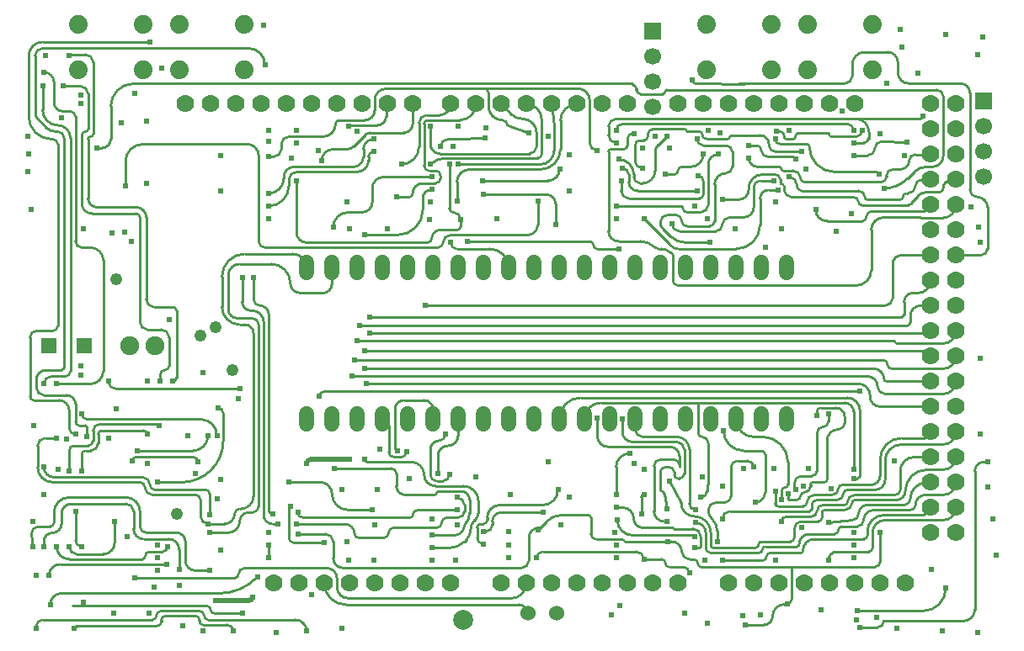
<source format=gbl>
G04 Layer: BottomLayer*
G04 EasyEDA v6.4.25, 2022-01-21T19:56:56+01:00*
G04 Gerber Generator version 0.2*
G04 Scale: 100 percent, Rotated: No, Reflected: No *
G04 Dimensions in inches *
G04 leading zeros omitted , absolute positions ,3 integer and 6 decimal *
%FSLAX36Y36*%
%MOIN*%

%ADD10C,0.0100*%
%ADD12C,0.0200*%
%ADD16C,0.0244*%
%ADD17C,0.0240*%
%ADD18C,0.0480*%
%ADD19C,0.0240*%
%ADD20C,0.0787*%
%ADD34R,0.0669X0.0669*%
%ADD35C,0.0669*%
%ADD36C,0.0740*%
%ADD37C,0.0600*%
%ADD38C,0.0700*%
%ADD39R,0.0591X0.0591*%
%ADD40C,0.0750*%
%ADD41C,0.0591*%

%LPD*%
D10*
X2780000Y-25000D02*
G01*
X2770000Y-25000D01*
X3900000Y-705000D02*
G01*
X3800000Y-705000D01*
X3925000Y-515000D02*
G01*
X3925000Y-680000D01*
X3855000Y-110000D02*
G01*
X3855000Y-445000D01*
X3855000Y-60000D02*
G01*
X3855000Y-110000D01*
X3570000Y60000D02*
G01*
X3570000Y20000D01*
X3440000Y100000D02*
G01*
X3530000Y100000D01*
X3390000Y5000D02*
G01*
X3390000Y50000D01*
X2940000Y-25000D02*
G01*
X3360000Y-25000D01*
X3121199Y-2088800D02*
G01*
X3131999Y-2086300D01*
X1990000Y-2090000D02*
G01*
X2070000Y-2090000D01*
X1400000Y-2090000D02*
G01*
X1990000Y-2090000D01*
X1385000Y-2090000D02*
G01*
X1400000Y-2090000D01*
X1080000Y-1715000D02*
G01*
X1080000Y-1675000D01*
X3270000Y-1725000D02*
G01*
X3270000Y-1745000D01*
X3295000Y-1715000D02*
G01*
X3280000Y-1715000D01*
X547500Y-2095000D02*
G01*
X605000Y-2095000D01*
X1080000Y-1855000D02*
G01*
X1080000Y-1905000D01*
X2355000Y-1745000D02*
G01*
X2355000Y-1810000D01*
X2240000Y-1735000D02*
G01*
X2345000Y-1735000D01*
X2145000Y-1795000D02*
G01*
X2180250Y-1759749D01*
X1080000Y-945000D02*
G01*
X1080000Y-1675000D01*
X1080000Y-940000D02*
G01*
X1080000Y-945000D01*
X1020000Y-795000D02*
G01*
X1020000Y-880000D01*
X1115000Y-1770000D02*
G01*
X1095000Y-1770000D01*
X1060000Y-1630000D02*
G01*
X1060000Y-1735000D01*
X1180000Y-1845000D02*
G01*
X1185000Y-1845000D01*
X1160000Y-1705000D02*
G01*
X1160000Y-1825000D01*
X1060000Y-970000D02*
G01*
X1060000Y-1630000D01*
X1010000Y-925000D02*
G01*
X1015000Y-925000D01*
X975000Y-795000D02*
G01*
X975000Y-890000D01*
X1330000Y-820000D02*
G01*
X1330000Y-755000D01*
X1220000Y-855000D02*
G01*
X1295000Y-855000D01*
X1205000Y-855000D02*
G01*
X1220000Y-855000D01*
X965000Y-740000D02*
G01*
X1090000Y-740000D01*
X920000Y-920000D02*
G01*
X920000Y-785000D01*
X1015000Y-955000D02*
G01*
X955000Y-955000D01*
X1040000Y-1335000D02*
G01*
X1040000Y-980000D01*
X985000Y-700000D02*
G01*
X1175000Y-700000D01*
X895000Y-910000D02*
G01*
X895000Y-790000D01*
X985000Y-980000D02*
G01*
X965000Y-980000D01*
X1020000Y-1334225D02*
G01*
X1020000Y-1015000D01*
X1350000Y-1985000D02*
G01*
X1350000Y-2020000D01*
X1085000Y-1945000D02*
G01*
X1310000Y-1945000D01*
X985000Y-1945000D02*
G01*
X1085000Y-1945000D01*
X551201Y-1984490D02*
G01*
X945510Y-1984490D01*
X2455000Y-1545000D02*
G01*
X2455000Y-1550000D01*
X1950000Y-90000D02*
G01*
X1950000Y-60972D01*
X1555000Y-45000D02*
G01*
X2305000Y-45000D01*
X1545000Y-45000D02*
G01*
X1555000Y-45000D01*
X700000Y-25000D02*
G01*
X545000Y-25000D01*
X2535000Y-50000D02*
G01*
X2535000Y-45000D01*
X915000Y-2170000D02*
G01*
X910000Y-2170000D01*
X655000Y-2150000D02*
G01*
X655000Y-2157411D01*
X790000Y-2135000D02*
G01*
X670000Y-2135000D01*
X805000Y-2155000D02*
G01*
X805000Y-2150000D01*
X840000Y-2170000D02*
G01*
X820000Y-2170000D01*
X910000Y-2170000D02*
G01*
X840000Y-2170000D01*
X620000Y-2150000D02*
G01*
X454519Y-2150000D01*
X795000Y-2115000D02*
G01*
X655000Y-2115000D01*
X805000Y-2115000D02*
G01*
X795000Y-2115000D01*
X1185000Y-2150000D02*
G01*
X840000Y-2150000D01*
X865000Y-2125000D02*
G01*
X975000Y-2125000D01*
X605000Y-2095000D02*
G01*
X835000Y-2095000D01*
X315000Y-2175000D02*
G01*
X315000Y-2180000D01*
X160000Y-2185000D02*
G01*
X160000Y-2175000D01*
X1030104Y-1984895D02*
G01*
X1035000Y-1980000D01*
X260000Y-2045000D02*
G01*
X885000Y-2045000D01*
X1360000Y-1245000D02*
G01*
X3420000Y-1245000D01*
X630000Y-2095000D02*
G01*
X605000Y-2095000D01*
X454519Y-2150000D02*
G01*
X185000Y-2150000D01*
X625000Y-1880000D02*
G01*
X660000Y-1880000D01*
X725000Y-1870000D02*
G01*
X725000Y-1950000D01*
X140000Y-1810000D02*
G01*
X145000Y-1860000D01*
X215000Y-1780000D02*
G01*
X170000Y-1780000D01*
X230000Y-1725000D02*
G01*
X230000Y-1765000D01*
X515000Y-1665000D02*
G01*
X290000Y-1665000D01*
X570000Y-1780000D02*
G01*
X570000Y-1720000D01*
X715000Y-1805000D02*
G01*
X595000Y-1805000D01*
X750000Y-1915000D02*
G01*
X750000Y-1840000D01*
X845000Y-1955000D02*
G01*
X790000Y-1955000D01*
X190000Y-1840000D02*
G01*
X190000Y-1860000D01*
X260000Y-1730000D02*
G01*
X260000Y-1770000D01*
X515000Y-1690000D02*
G01*
X300000Y-1690000D01*
X545000Y-1790000D02*
G01*
X545000Y-1720000D01*
X685000Y-1830000D02*
G01*
X585000Y-1830000D01*
X625000Y-1880000D02*
G01*
X610000Y-1880000D01*
X485000Y-1910000D02*
G01*
X580000Y-1910000D01*
X345000Y-1890000D02*
G01*
X425000Y-1890000D01*
X320000Y-1890000D02*
G01*
X345000Y-1890000D01*
X290000Y-1910000D02*
G01*
X485000Y-1910000D01*
X470000Y-1760000D02*
G01*
X470000Y-1845000D01*
X315000Y-1720000D02*
G01*
X315000Y-1835000D01*
X255000Y-1930000D02*
G01*
X275000Y-1930000D01*
X675000Y-1930000D02*
G01*
X275000Y-1930000D01*
X560000Y-1480000D02*
G01*
X780000Y-1480000D01*
X630000Y-1505000D02*
G01*
X780000Y-1505000D01*
X555000Y-1505000D02*
G01*
X630000Y-1505000D01*
X810000Y-1675000D02*
G01*
X810000Y-1740000D01*
X625000Y-1655000D02*
G01*
X790000Y-1655000D01*
X620000Y-1655000D02*
G01*
X625000Y-1655000D01*
X225000Y-1605000D02*
G01*
X570000Y-1605000D01*
X165000Y-1460000D02*
G01*
X165000Y-1545000D01*
X240000Y-1430000D02*
G01*
X195000Y-1430000D01*
X845000Y-1650000D02*
G01*
X845000Y-1735000D01*
X685000Y-1635000D02*
G01*
X830000Y-1635000D01*
X630000Y-1635000D02*
G01*
X685000Y-1635000D01*
X310000Y-1585000D02*
G01*
X580000Y-1585000D01*
X230000Y-1585000D02*
G01*
X310000Y-1585000D01*
X340000Y-1495000D02*
G01*
X340000Y-1560000D01*
X375000Y-1480000D02*
G01*
X355000Y-1480000D01*
X405000Y-1415000D02*
G01*
X405000Y-1450000D01*
X435000Y-1400000D02*
G01*
X420000Y-1400000D01*
X585000Y-1400000D02*
G01*
X435000Y-1400000D01*
X290000Y-1560000D02*
G01*
X290000Y-1480000D01*
X365000Y-1460000D02*
G01*
X310000Y-1460000D01*
X385000Y-1415000D02*
G01*
X385000Y-1440000D01*
X385000Y-1400000D02*
G01*
X385000Y-1415000D01*
X640000Y-1375000D02*
G01*
X410000Y-1375000D01*
X705000Y-1235000D02*
G01*
X965000Y-1235000D01*
X475000Y-1235000D02*
G01*
X705000Y-1235000D01*
X315000Y-1295000D02*
G01*
X315000Y-1365000D01*
X190000Y-1260000D02*
G01*
X280000Y-1260000D01*
X160000Y-1200000D02*
G01*
X160000Y-1230000D01*
X290000Y-1320000D02*
G01*
X290000Y-1375000D01*
X150000Y-1280000D02*
G01*
X250000Y-1280000D01*
X135000Y-1030000D02*
G01*
X135000Y-1265000D01*
X290000Y-1375000D02*
G01*
X290000Y-1390000D01*
X225000Y-1005000D02*
G01*
X160000Y-1005000D01*
X245000Y-265000D02*
G01*
X245000Y-985000D01*
X220000Y-245000D02*
G01*
X225000Y-245000D01*
X130000Y85000D02*
G01*
X130000Y-155000D01*
X610000Y140000D02*
G01*
X185000Y140000D01*
X360000Y-1425000D02*
G01*
X360000Y-1385000D01*
X330000Y-1380000D02*
G01*
X355000Y-1380000D01*
X260000Y-1160000D02*
G01*
X200000Y-1160000D01*
X270000Y-240000D02*
G01*
X270000Y-1150000D01*
X235000Y-215000D02*
G01*
X245000Y-215000D01*
X155000Y-155000D02*
G01*
X200857Y-200857D01*
X155000Y85000D02*
G01*
X155000Y-155000D01*
X265000Y115000D02*
G01*
X185000Y115000D01*
X995000Y115000D02*
G01*
X265000Y115000D01*
X385000Y60000D02*
G01*
X385000Y30000D01*
X295000Y90000D02*
G01*
X355000Y90000D01*
X275000Y-1185000D02*
G01*
X220000Y-1185000D01*
X295000Y-270000D02*
G01*
X295000Y-1165000D01*
X295000Y-240000D02*
G01*
X295000Y-270000D01*
X185000Y-35000D02*
G01*
X185000Y-130000D01*
X375000Y-1215000D02*
G01*
X240000Y-1215000D01*
X425000Y-725000D02*
G01*
X425000Y-1165000D01*
X340000Y-675000D02*
G01*
X375000Y-675000D01*
X315000Y-155000D02*
G01*
X315000Y-650000D01*
X265000Y-135000D02*
G01*
X295000Y-135000D01*
X230000Y-55000D02*
G01*
X230000Y-100000D01*
X230000Y-20000D02*
G01*
X230000Y-55000D01*
X650000Y-1180000D02*
G01*
X650000Y-1205000D01*
X685000Y-1030000D02*
G01*
X685000Y-1145000D01*
X600000Y-1000000D02*
G01*
X655000Y-1000000D01*
X570000Y-945000D02*
G01*
X570000Y-970000D01*
X595000Y-880000D02*
G01*
X595000Y-555000D01*
X700000Y-910000D02*
G01*
X625000Y-910000D01*
X715000Y-970000D02*
G01*
X715000Y-925000D01*
X715000Y-1190000D02*
G01*
X715000Y-970000D01*
X570000Y-555000D02*
G01*
X570000Y-945000D01*
X380000Y-540000D02*
G01*
X555000Y-540000D01*
X340000Y-235000D02*
G01*
X340000Y-500000D01*
X340000Y-230000D02*
G01*
X340000Y-235000D01*
X365000Y-65000D02*
G01*
X365000Y-205000D01*
X265000Y-35000D02*
G01*
X335000Y-35000D01*
X400000Y-515000D02*
G01*
X555000Y-515000D01*
X365000Y-280000D02*
G01*
X365000Y-480000D01*
X365000Y-245000D02*
G01*
X365000Y-280000D01*
X385000Y30000D02*
G01*
X385000Y-225000D01*
X420000Y-280000D02*
G01*
X400000Y-280000D01*
X455000Y-115000D02*
G01*
X455000Y-245000D01*
X735000Y-1605000D02*
G01*
X640000Y-1605000D01*
X900000Y-1331372D02*
G01*
X900000Y-1440000D01*
X810000Y-1355000D02*
G01*
X380000Y-1355000D01*
X905000Y-1770000D02*
G01*
X840000Y-1770000D01*
X970000Y-1710000D02*
G01*
X965000Y-1710000D01*
X1020000Y-1350000D02*
G01*
X1020000Y-1660000D01*
X1015000Y-1725000D02*
G01*
X1000000Y-1725000D01*
X1040000Y-1335000D02*
G01*
X1040000Y-1700000D01*
X1020000Y-1330000D02*
G01*
X1020000Y-1350000D01*
X920000Y-1805000D02*
G01*
X845000Y-1805000D01*
X380000Y-1355000D02*
G01*
X360000Y-1355000D01*
X3643334Y-555000D02*
G01*
X3659259Y-555000D01*
X3650000Y-165000D02*
G01*
X3660000Y-165000D01*
X3505000Y-255000D02*
G01*
X3605699Y-256999D01*
X2639488Y-65511D02*
G01*
X2572602Y-65511D01*
X2820000Y-185000D02*
G01*
X2480000Y-185000D01*
X3070000Y-185000D02*
G01*
X2820000Y-185000D01*
X2505000Y-165000D02*
G01*
X3405000Y-165000D01*
X3455000Y-217500D02*
G01*
X3455000Y-242500D01*
X2440000Y-1880000D02*
G01*
X2165000Y-1880000D01*
X2535000Y-1880000D02*
G01*
X2440000Y-1880000D01*
X2410000Y-1830000D02*
G01*
X2375000Y-1830000D01*
X2480000Y-1830000D02*
G01*
X2410000Y-1830000D01*
X2660000Y-1840000D02*
G01*
X2490000Y-1840000D01*
X2635000Y-1910000D02*
G01*
X2615000Y-1910000D01*
X2695000Y-1940000D02*
G01*
X2665000Y-1940000D01*
X2720000Y-1940000D02*
G01*
X2695000Y-1940000D01*
X2790000Y-1940000D02*
G01*
X2920000Y-1940000D01*
X2745000Y-1910000D02*
G01*
X2760000Y-1910000D01*
X2660000Y-1840000D02*
G01*
X2675000Y-1840000D01*
X2920000Y-1940000D02*
G01*
X3480000Y-1940000D01*
X2565000Y-1910000D02*
G01*
X2615000Y-1910000D01*
X3040000Y-2170000D02*
G01*
X2965000Y-2170000D01*
X3420000Y-2180000D02*
G01*
X3490000Y-2180000D01*
X3670000Y-2115000D02*
G01*
X3410000Y-2115000D01*
X3830000Y-2155000D02*
G01*
X3515000Y-2155000D01*
X3875000Y-1560000D02*
G01*
X3875000Y-2110000D01*
X3925000Y-1525000D02*
G01*
X3910000Y-1525000D01*
X582202Y-265000D02*
G01*
X995000Y-265000D01*
X1130000Y-265000D02*
G01*
X1130000Y-285000D01*
X1170000Y-235000D02*
G01*
X1160000Y-235000D01*
X1295000Y-235000D02*
G01*
X1170000Y-235000D01*
X1430000Y-170000D02*
G01*
X1360000Y-170000D01*
X1430000Y-170000D02*
G01*
X1460000Y-170000D01*
X1100000Y-315000D02*
G01*
X1080000Y-315000D01*
X1040000Y-650000D02*
G01*
X1040000Y-310000D01*
X1685000Y-675000D02*
G01*
X1065000Y-675000D01*
X1750000Y-675000D02*
G01*
X1685000Y-675000D01*
X1190000Y-614828D02*
G01*
X1190000Y-590000D01*
X1305000Y-655000D02*
G01*
X1230171Y-655000D01*
X1710000Y-655000D02*
G01*
X1305000Y-655000D01*
X1590000Y-625000D02*
G01*
X1460000Y-625000D01*
X2105000Y-625000D02*
G01*
X1800000Y-625000D01*
X2145000Y-490000D02*
G01*
X2145000Y-585000D01*
X1955000Y-680000D02*
G01*
X1825000Y-680000D01*
X1760000Y-605000D02*
G01*
X1825000Y-605000D01*
X3750000Y-285000D02*
G01*
X3750000Y-75000D01*
X3750000Y-311739D02*
G01*
X3750000Y-285000D01*
X3682618Y-355275D02*
G01*
X3706463Y-355275D01*
X3608891Y-401109D02*
G01*
X3635000Y-375000D01*
X3505000Y-415000D02*
G01*
X3435000Y-415000D01*
X3525000Y-390000D02*
G01*
X3525000Y-395000D01*
X3580000Y-365000D02*
G01*
X3550000Y-365000D01*
X3465000Y-375000D02*
G01*
X3485000Y-375000D01*
X2525000Y-395000D02*
G01*
X2525000Y-385000D01*
X2350000Y-90000D02*
G01*
X2350000Y-260000D01*
X3030000Y-1480000D02*
G01*
X2960000Y-1480000D01*
X3045000Y-1570000D02*
G01*
X3045000Y-1495000D01*
X3045000Y-1645000D02*
G01*
X3045000Y-1570000D01*
X3095000Y-1700000D02*
G01*
X3140000Y-1700000D01*
X3085000Y-1640000D02*
G01*
X3085000Y-1690000D01*
X3135000Y-1615000D02*
G01*
X3135000Y-1582820D01*
X3110000Y-1675000D02*
G01*
X3110000Y-1640000D01*
X3035000Y-1425000D02*
G01*
X3000000Y-1425000D01*
X3135000Y-1550000D02*
G01*
X3135000Y-1525000D01*
X3135000Y-1590000D02*
G01*
X3135000Y-1550000D01*
X3135000Y-1670000D02*
G01*
X3135000Y-1650000D01*
X3160000Y-1630000D02*
G01*
X3160000Y-1610000D01*
X2935000Y-1520000D02*
G01*
X2975000Y-1520000D01*
X2910000Y-1600000D02*
G01*
X2910000Y-1545000D01*
X2635000Y-1640000D02*
G01*
X2635000Y-1640376D01*
X2630000Y-1625000D02*
G01*
X2630000Y-1635000D01*
X2630000Y-1565000D02*
G01*
X2630000Y-1625000D01*
X2665000Y-1545000D02*
G01*
X2650000Y-1545000D01*
X2685000Y-1575000D02*
G01*
X2685000Y-1565000D01*
X2630000Y-1515000D02*
G01*
X2685000Y-1515000D01*
X2605000Y-1585000D02*
G01*
X2605000Y-1540000D01*
X2605000Y-1585000D02*
G01*
X2605000Y-1645000D01*
X3410000Y-1590000D02*
G01*
X3395000Y-1590000D01*
X3585000Y-1430000D02*
G01*
X3676300Y-1430000D01*
X3500000Y-1580000D02*
G01*
X3500000Y-1515000D01*
X3415000Y-1615000D02*
G01*
X3465000Y-1615000D01*
X3350000Y-1615000D02*
G01*
X3415000Y-1615000D01*
X3300000Y-1655000D02*
G01*
X3310000Y-1655000D01*
X3265000Y-1655000D02*
G01*
X3300000Y-1655000D01*
X3240000Y-1655000D02*
G01*
X3265000Y-1655000D01*
X3235000Y-1605000D02*
G01*
X3280000Y-1605000D01*
X3225000Y-1620000D02*
G01*
X3225000Y-1615000D01*
X3160000Y-1700000D02*
G01*
X3195000Y-1700000D01*
X3140000Y-1700000D02*
G01*
X3160000Y-1700000D01*
X3170000Y-1675000D02*
G01*
X3150000Y-1675000D01*
X3190000Y-1720000D02*
G01*
X2905000Y-1720000D01*
X3220000Y-1720000D02*
G01*
X3190000Y-1720000D01*
X3230000Y-1695000D02*
G01*
X3230000Y-1710000D01*
X3150000Y-1675000D02*
G01*
X3140000Y-1675000D01*
X3205046Y-1741105D02*
G01*
X3227722Y-1741105D01*
X3128894Y-1741105D02*
G01*
X3205046Y-1741105D01*
X3190000Y-1760000D02*
G01*
X3255000Y-1760000D01*
X3160000Y-1825000D02*
G01*
X3160000Y-1790000D01*
X3635000Y-1505000D02*
G01*
X3700000Y-1505000D01*
X3580000Y-1635000D02*
G01*
X3580000Y-1560000D01*
X3400000Y-1655000D02*
G01*
X3560000Y-1655000D01*
X3290000Y-1695000D02*
G01*
X3360000Y-1695000D01*
X3273828Y-1695000D02*
G01*
X3290000Y-1695000D01*
X3350000Y-1780000D02*
G01*
X3395000Y-1780000D01*
X3290000Y-1810000D02*
G01*
X3320000Y-1810000D01*
X3715000Y-1555000D02*
G01*
X3751300Y-1555000D01*
X3685000Y-1555000D02*
G01*
X3715000Y-1555000D01*
X3515000Y-1675000D02*
G01*
X3565000Y-1675000D01*
X3400000Y-1675000D02*
G01*
X3515000Y-1675000D01*
X3355000Y-1715000D02*
G01*
X3360000Y-1715000D01*
X3305000Y-1715000D02*
G01*
X3355000Y-1715000D01*
X3085000Y-1840000D02*
G01*
X3145000Y-1840000D01*
X3030000Y-1840000D02*
G01*
X3085000Y-1840000D01*
X2970000Y-1865000D02*
G01*
X3005000Y-1865000D01*
X2910000Y-1600000D02*
G01*
X2910000Y-1660000D01*
X2910000Y-1660000D02*
G01*
X2910000Y-1650000D01*
X2850000Y-1685000D02*
G01*
X2885000Y-1685000D01*
X2835000Y-1750000D02*
G01*
X2834142Y-1749142D01*
X2855000Y-1840000D02*
G01*
X2855000Y-1798283D01*
X2840000Y-1865000D02*
G01*
X2970000Y-1865000D01*
X2830000Y-1805000D02*
G01*
X2830000Y-1855000D01*
X2830000Y-1885000D02*
G01*
X2910000Y-1885000D01*
X2810000Y-1815000D02*
G01*
X2810000Y-1865000D01*
X2810000Y-1805000D02*
G01*
X2810000Y-1815000D01*
X2790000Y-1820000D02*
G01*
X2790000Y-1860000D01*
X2736382Y-1788980D02*
G01*
X2758980Y-1788980D01*
X2520000Y-1815000D02*
G01*
X2760000Y-1815000D01*
X3290000Y-1810000D02*
G01*
X3245000Y-1810000D01*
X3290000Y-1595000D02*
G01*
X3290000Y-1555000D01*
X3250000Y-1560000D02*
G01*
X3250000Y-1410000D01*
X3200000Y-1580000D02*
G01*
X3230000Y-1580000D01*
X3190000Y-1580000D02*
G01*
X3200000Y-1580000D01*
X3295000Y-1365000D02*
G01*
X3295000Y-1335000D01*
X3250000Y-1325000D02*
G01*
X3250000Y-1340000D01*
X3310000Y-1310000D02*
G01*
X3265000Y-1310000D01*
X3325000Y-1310000D02*
G01*
X3310000Y-1310000D01*
X3360000Y-1370000D02*
G01*
X3360000Y-1345000D01*
X3290000Y-1555000D02*
G01*
X3290000Y-1440000D01*
X2380000Y-1420000D02*
G01*
X2380000Y-1350000D01*
X2670000Y-1465000D02*
G01*
X2425000Y-1465000D01*
X2705000Y-1540000D02*
G01*
X2705000Y-1500000D01*
X2705000Y-1545000D02*
G01*
X2705000Y-1540000D01*
X2605000Y-1720000D02*
G01*
X2605000Y-1645000D01*
X2655000Y-1760000D02*
G01*
X2645000Y-1760000D01*
X2480000Y-1405000D02*
G01*
X2480000Y-1355000D01*
X2695000Y-1445000D02*
G01*
X2520000Y-1445000D01*
X2725000Y-1570000D02*
G01*
X2725000Y-1475000D01*
X2700000Y-1590000D02*
G01*
X2705000Y-1590000D01*
X2680000Y-1785000D02*
G01*
X2675000Y-1785000D01*
X2736382Y-1788980D02*
G01*
X2683980Y-1788980D01*
X2555000Y-1730000D02*
G01*
X2555000Y-1665000D01*
X2875000Y-1915000D02*
G01*
X2927629Y-1915000D01*
X3665000Y-1735000D02*
G01*
X3671300Y-1735000D01*
X3683699Y-1606300D02*
G01*
X3700000Y-1605000D01*
X3515000Y-1695000D02*
G01*
X3595000Y-1695000D01*
X3450000Y-1695000D02*
G01*
X3515000Y-1695000D01*
X3295000Y-1765000D02*
G01*
X3390000Y-1755000D01*
X3700000Y-1655000D02*
G01*
X3751300Y-1655000D01*
X3680000Y-1655000D02*
G01*
X3700000Y-1655000D01*
X3560000Y-1715000D02*
G01*
X3620000Y-1715000D01*
X3475000Y-1715000D02*
G01*
X3560000Y-1715000D01*
X3395000Y-1780000D02*
G01*
X3410000Y-1780000D01*
X3220000Y-1810000D02*
G01*
X3245000Y-1810000D01*
X3105000Y-1860000D02*
G01*
X3170000Y-1860000D01*
X3045000Y-1860000D02*
G01*
X3105000Y-1860000D01*
X2910000Y-1885000D02*
G01*
X3020000Y-1885000D01*
X2665000Y-1600000D02*
G01*
X2712399Y-1687399D01*
X3500000Y-1805000D02*
G01*
X3500000Y-1920000D01*
X2785000Y-1865000D02*
G01*
X2765000Y-1865000D01*
X2560000Y-1785000D02*
G01*
X2675000Y-1785000D01*
X2455000Y-1705000D02*
G01*
X2480000Y-1705000D01*
X2455000Y-1550000D02*
G01*
X2455000Y-1655000D01*
X2530000Y-1395000D02*
G01*
X2530000Y-1355000D01*
X2695000Y-1425000D02*
G01*
X2560000Y-1425000D01*
X2745000Y-1580000D02*
G01*
X2745000Y-1475000D01*
X2745000Y-1690000D02*
G01*
X2745000Y-1580000D01*
X2815000Y-1640000D02*
G01*
X2815000Y-1615000D01*
X2781060Y-1411060D02*
G01*
X2781060Y-1290000D01*
X2820000Y-1580000D02*
G01*
X2820000Y-1450000D01*
X2820000Y-1615000D02*
G01*
X2820000Y-1580000D01*
X1690000Y-525000D02*
G01*
X1690000Y-480000D01*
X1840000Y-565000D02*
G01*
X1840000Y-590000D01*
X3420000Y-1370000D02*
G01*
X3420000Y-1580000D01*
X3420000Y-1320000D02*
G01*
X3420000Y-1370000D01*
X2415000Y-1270000D02*
G01*
X3370000Y-1270000D01*
X2315000Y-1270000D02*
G01*
X2415000Y-1270000D01*
X3395000Y-1325000D02*
G01*
X3395000Y-1555000D01*
X2475000Y-1290000D02*
G01*
X3360000Y-1290000D01*
X2395000Y-1290000D02*
G01*
X2475000Y-1290000D01*
X1790000Y-245000D02*
G01*
X1795000Y-245000D01*
X1841893Y-302363D02*
G01*
X2112637Y-302363D01*
X1757362Y-302363D02*
G01*
X1841893Y-302363D01*
X1780354Y-320000D02*
G01*
X1860000Y-320000D01*
X1795000Y-245000D02*
G01*
X1820000Y-245000D01*
X1725000Y-395000D02*
G01*
X1535000Y-395000D01*
X1695000Y-295000D02*
G01*
X1695000Y-185000D01*
X1695000Y-350000D02*
G01*
X1695000Y-295000D01*
X1720000Y-370000D02*
G01*
X1715000Y-370000D01*
X1740000Y-370000D02*
G01*
X1720000Y-370000D01*
X1760000Y-400000D02*
G01*
X1760000Y-390000D01*
X1690000Y-420000D02*
G01*
X1740000Y-420000D01*
X1630000Y-475000D02*
G01*
X1635000Y-475000D01*
X1490000Y-495000D02*
G01*
X1490000Y-440000D01*
X1395000Y-535000D02*
G01*
X1450000Y-535000D01*
X1815000Y-245000D02*
G01*
X1935000Y-240000D01*
X1795000Y-500000D02*
G01*
X1795000Y-345000D01*
X1795000Y-520000D02*
G01*
X1795000Y-500000D01*
X1190000Y-410000D02*
G01*
X1190000Y-590000D01*
X1160000Y-405000D02*
G01*
X1160000Y-430000D01*
X1385000Y-375000D02*
G01*
X1190000Y-375000D01*
X1430000Y-375000D02*
G01*
X1385000Y-375000D01*
X1475000Y-315000D02*
G01*
X1475000Y-330000D01*
X1390857Y-285000D02*
G01*
X1335000Y-285000D01*
X1463716Y-226284D02*
G01*
X1415000Y-275000D01*
X1455000Y-315000D02*
G01*
X1455000Y-285000D01*
X1320000Y-355000D02*
G01*
X1415000Y-355000D01*
X1180000Y-355000D02*
G01*
X1320000Y-355000D01*
X1140000Y-400000D02*
G01*
X1140000Y-395000D01*
X1950000Y-90000D02*
G01*
X1950000Y-115000D01*
X1545000Y-155000D02*
G01*
X1550000Y-105000D01*
X1475000Y-190000D02*
G01*
X1510000Y-190000D01*
X1400000Y-190000D02*
G01*
X1475000Y-190000D01*
X1340000Y-285000D02*
G01*
X1335000Y-285000D01*
X1524412Y-219212D02*
G01*
X1480787Y-219212D01*
X1550000Y-135000D02*
G01*
X1550000Y-105000D01*
X1650000Y-185000D02*
G01*
X1650000Y-105000D01*
X1524412Y-219212D02*
G01*
X1615787Y-219212D01*
X1705000Y-150000D02*
G01*
X1756300Y-150000D01*
X1675000Y-210000D02*
G01*
X1675000Y-180000D01*
X1675000Y-275000D02*
G01*
X1675000Y-210000D01*
X1710000Y-170000D02*
G01*
X1836300Y-170000D01*
X1585000Y-475000D02*
G01*
X1630000Y-475000D01*
X2040100Y-146399D02*
G01*
X2000000Y-105000D01*
X2140000Y-275000D02*
G01*
X2140000Y-220000D01*
X1720000Y-195000D02*
G01*
X1720000Y-265000D01*
X2160000Y-305000D02*
G01*
X2160000Y-166300D01*
X1860000Y-320000D02*
G01*
X2145000Y-320000D01*
X2235000Y-285000D02*
G01*
X2235000Y-171300D01*
X1875000Y-365000D02*
G01*
X2155000Y-365000D01*
X1825000Y-490000D02*
G01*
X1825000Y-415000D01*
X2210000Y-195000D02*
G01*
X2200000Y-105000D01*
X2210000Y-290000D02*
G01*
X2210000Y-195000D01*
X1830000Y-345000D02*
G01*
X2155000Y-345000D01*
X2025000Y-190000D02*
G01*
X2110000Y-220000D01*
X2215000Y-500000D02*
G01*
X2215000Y-585000D01*
X1930000Y-465000D02*
G01*
X2180000Y-465000D01*
X2184992Y-410000D02*
G01*
X1925000Y-410000D01*
X2715000Y-680000D02*
G01*
X2701568Y-680000D01*
X2785000Y-215000D02*
G01*
X2735000Y-215000D01*
X3220000Y-220000D02*
G01*
X3285000Y-220000D01*
X3220000Y-220000D02*
G01*
X3185000Y-220000D01*
X3185000Y-220000D02*
G01*
X3180000Y-220000D01*
X3155000Y-245000D02*
G01*
X3130000Y-245000D01*
X3120000Y-235000D02*
G01*
X3120000Y-230000D01*
X3105000Y-215000D02*
G01*
X3090000Y-215000D01*
X3370000Y-185000D02*
G01*
X3070000Y-185000D01*
X2425000Y-230000D02*
G01*
X2425000Y-225000D01*
X2425000Y-225000D02*
G01*
X2425000Y-195000D01*
X2455000Y-165000D02*
G01*
X2505000Y-165000D01*
X3435000Y-260000D02*
G01*
X3395000Y-260000D01*
X3285000Y-220000D02*
G01*
X3290000Y-220000D01*
X3305000Y-235000D02*
G01*
X3400000Y-235000D01*
X3400000Y-235000D02*
G01*
X3405000Y-235000D01*
X3210000Y-265000D02*
G01*
X3115000Y-265000D01*
X3115000Y-265000D02*
G01*
X3105000Y-265000D01*
X3095554Y-446628D02*
G01*
X3058370Y-446628D01*
X3025000Y-480000D02*
G01*
X3025000Y-585000D01*
X2705000Y-610000D02*
G01*
X2820000Y-610000D01*
X2820000Y-610000D02*
G01*
X2850000Y-610000D01*
X2905000Y-555000D02*
G01*
X2945000Y-555000D01*
X2945000Y-555000D02*
G01*
X2960000Y-555000D01*
X3000000Y-515000D02*
G01*
X3000000Y-435000D01*
X3025000Y-410000D02*
G01*
X3080000Y-410000D01*
X2875000Y-485000D02*
G01*
X2940000Y-485000D01*
X2980000Y-445000D02*
G01*
X2980000Y-440000D01*
X3220000Y-475000D02*
G01*
X3310000Y-475000D01*
X2570000Y-450000D02*
G01*
X2775000Y-450000D01*
X2455000Y-510000D02*
G01*
X2710000Y-510000D01*
X2735000Y-535000D02*
G01*
X2780000Y-535000D01*
X2780000Y-535000D02*
G01*
X2790000Y-535000D01*
X2820000Y-505000D02*
G01*
X2820000Y-345000D01*
X2930000Y-680000D02*
G01*
X2715000Y-680000D01*
X2660000Y-545000D02*
G01*
X2690000Y-545000D01*
X2735000Y-590000D02*
G01*
X2770000Y-590000D01*
X2770000Y-590000D02*
G01*
X2825000Y-590000D01*
X2845000Y-570000D02*
G01*
X2845000Y-425000D01*
X2915000Y-355000D02*
G01*
X2915000Y-295000D01*
X2800000Y-270000D02*
G01*
X2815000Y-270000D01*
X2815000Y-270000D02*
G01*
X2890000Y-270000D01*
X3190000Y-295000D02*
G01*
X3085000Y-295000D01*
X2725000Y-205000D02*
G01*
X2595000Y-205000D01*
X2505000Y-385000D02*
G01*
X2505000Y-415000D01*
X2540000Y-450000D02*
G01*
X2570000Y-450000D01*
X2550000Y-420000D02*
G01*
X2560000Y-420000D01*
X3395000Y-310000D02*
G01*
X3450000Y-310000D01*
X2475000Y-410000D02*
G01*
X2475000Y-450000D01*
X2505000Y-480000D02*
G01*
X2775000Y-480000D01*
X2775000Y-480000D02*
G01*
X2785000Y-480000D01*
X2800000Y-465000D02*
G01*
X2800000Y-410000D01*
X2610000Y-295000D02*
G01*
X2610000Y-315000D01*
X2610000Y-315000D02*
G01*
X2610000Y-370000D01*
X3060000Y-270000D02*
G01*
X3060000Y-265000D01*
X3025000Y-230000D02*
G01*
X2910000Y-230000D01*
X2895000Y-245000D02*
G01*
X2815000Y-245000D01*
X2750000Y-355000D02*
G01*
X2740000Y-355000D01*
X2740000Y-355000D02*
G01*
X2715000Y-355000D01*
X2685000Y-385000D02*
G01*
X2650000Y-385000D01*
X2655000Y-235000D02*
G01*
X2620607Y-269393D01*
X2530000Y-331554D02*
G01*
X2530000Y-315000D01*
X2530000Y-315000D02*
G01*
X2530000Y-270000D01*
X2550000Y-250000D02*
G01*
X2565000Y-250000D01*
X2580000Y-235000D02*
G01*
X2580000Y-228164D01*
X2525000Y-225000D02*
G01*
X2525000Y-220000D01*
X2500000Y-245000D02*
G01*
X2500000Y-270000D01*
X2485000Y-285000D02*
G01*
X2435000Y-285000D01*
X2425000Y-295000D02*
G01*
X2425000Y-595000D01*
X2425000Y-595000D02*
G01*
X2425000Y-610000D01*
X2465000Y-650000D02*
G01*
X2549645Y-650000D01*
X2622070Y-680000D02*
G01*
X2630000Y-680000D01*
X2640607Y-600607D02*
G01*
X2670000Y-630000D01*
X2730354Y-655000D02*
G01*
X2825000Y-655000D01*
X2665857Y-660857D02*
G01*
X2630000Y-625000D01*
X2673284Y-668283D02*
G01*
X2657785Y-652786D01*
X2630000Y-625000D02*
G01*
X2565000Y-560000D01*
X2630000Y-680000D02*
G01*
X2633787Y-680000D01*
X2680000Y-705000D02*
G01*
X2680000Y-805000D01*
X2700000Y-825000D02*
G01*
X3060000Y-825000D01*
X3060000Y-825000D02*
G01*
X3260000Y-825000D01*
X3465000Y-375000D02*
G01*
X3320000Y-375000D01*
X2980000Y-270000D02*
G01*
X3010000Y-270000D01*
X3055000Y-315000D02*
G01*
X3085000Y-315000D01*
X3085000Y-315000D02*
G01*
X3155000Y-315000D01*
X3491298Y-506298D02*
G01*
X3426298Y-506298D01*
X3395000Y-475000D02*
G01*
X3310000Y-475000D01*
X3230000Y-450000D02*
G01*
X3235000Y-450000D01*
X3235000Y-450000D02*
G01*
X3415000Y-450000D01*
X3015000Y-355000D02*
G01*
X3070000Y-355000D01*
X3220000Y-475000D02*
G01*
X3150000Y-475000D01*
X3120000Y-445000D02*
G01*
X3120000Y-430000D01*
X3105000Y-415000D02*
G01*
X3105000Y-405000D01*
X3085000Y-385000D02*
G01*
X3035000Y-385000D01*
X3260000Y-415000D02*
G01*
X3355000Y-415000D01*
X3355000Y-415000D02*
G01*
X3435000Y-415000D01*
X3683699Y-406300D02*
G01*
X3700000Y-405000D01*
X3638699Y-306300D02*
G01*
X3700000Y-305000D01*
X3700000Y-405000D02*
G01*
X3663699Y-406300D01*
X3610000Y-460000D02*
G01*
X3605000Y-460000D01*
X3580000Y-485000D02*
G01*
X3450000Y-485000D01*
X3491298Y-506298D02*
G01*
X3613701Y-506298D01*
X3630000Y-490000D02*
G01*
X3650857Y-469142D01*
X3685000Y-455000D02*
G01*
X3735000Y-455000D01*
X3783699Y-406300D02*
G01*
X3800000Y-405000D01*
X3290000Y-570000D02*
G01*
X3370000Y-570000D01*
X3370000Y-570000D02*
G01*
X3430000Y-570000D01*
X3470000Y-530000D02*
G01*
X3615000Y-530000D01*
X3676298Y-530000D02*
G01*
X3615000Y-530000D01*
X3749448Y-556851D02*
G01*
X3661109Y-556851D01*
X3655000Y-555000D02*
G01*
X3515000Y-555000D01*
X3465000Y-605000D02*
G01*
X3465000Y-765000D01*
X3405000Y-825000D02*
G01*
X3260000Y-825000D01*
X3170000Y-425000D02*
G01*
X3170000Y-430000D01*
X3190000Y-450000D02*
G01*
X3230000Y-450000D01*
X3260000Y-415000D02*
G01*
X3200000Y-415000D01*
X3155000Y-370000D02*
G01*
X3145000Y-370000D01*
X3145000Y-370000D02*
G01*
X3115000Y-370000D01*
X3100000Y-355000D02*
G01*
X3070000Y-355000D01*
X3330000Y-1880000D02*
G01*
X3455000Y-1880000D01*
X3620000Y-1755000D02*
G01*
X3751300Y-1755000D01*
X3520000Y-1755000D02*
G01*
X3620000Y-1755000D01*
X3470000Y-1840000D02*
G01*
X3470000Y-1805000D01*
X3470000Y-1865000D02*
G01*
X3470000Y-1840000D01*
X3515000Y-1735000D02*
G01*
X3665000Y-1735000D01*
X3450000Y-1800000D02*
G01*
X3450000Y-1815000D01*
X3420000Y-1830000D02*
G01*
X3435000Y-1830000D01*
X3240000Y-1830000D02*
G01*
X3415000Y-1830000D01*
X3415000Y-1830000D02*
G01*
X3420000Y-1830000D01*
X3065000Y-1885000D02*
G01*
X3185000Y-1885000D01*
X2927629Y-1915000D02*
G01*
X3035000Y-1915000D01*
X3250000Y-1675000D02*
G01*
X3290000Y-1675000D01*
X3290000Y-1675000D02*
G01*
X3330000Y-1675000D01*
X3370000Y-1635000D02*
G01*
X3410000Y-1635000D01*
X3410000Y-1635000D02*
G01*
X3480000Y-1635000D01*
X3520000Y-1595000D02*
G01*
X3520000Y-1520000D01*
X3585000Y-1455000D02*
G01*
X3751300Y-1455000D01*
X1500000Y-90000D02*
G01*
X1500000Y-130000D01*
X1615000Y-1280000D02*
G01*
X1695000Y-1280000D01*
X1730000Y-1315000D02*
G01*
X1730000Y-1355000D01*
X1195000Y-1810000D02*
G01*
X1305000Y-1810000D01*
X1335000Y-1840000D02*
G01*
X1335000Y-1905000D01*
X1375000Y-1945000D02*
G01*
X2080000Y-1945000D01*
X2110000Y-1915000D02*
G01*
X2110000Y-1825000D01*
X2000000Y-1725000D02*
G01*
X2165000Y-1725000D01*
X1995000Y-1695000D02*
G01*
X2035000Y-1695000D01*
X2035000Y-1695000D02*
G01*
X2165000Y-1695000D01*
X1750000Y-1570000D02*
G01*
X1750000Y-1500000D01*
X1830000Y-1420000D02*
G01*
X1830000Y-1355000D01*
X1770000Y-1600000D02*
G01*
X1745000Y-1600000D01*
X1720000Y-1575000D02*
G01*
X1720000Y-1565000D01*
X1720000Y-1565000D02*
G01*
X1720000Y-1475000D01*
X1395000Y-1715000D02*
G01*
X1490000Y-1715000D01*
X1215000Y-1745000D02*
G01*
X1540000Y-1745000D01*
X1540000Y-1745000D02*
G01*
X1640000Y-1745000D01*
X1670000Y-1715000D02*
G01*
X1825000Y-1715000D01*
X1855000Y-1695000D02*
G01*
X1855000Y-1700000D01*
X1855000Y-1700000D02*
G01*
X1855000Y-1720000D01*
X1830000Y-1745000D02*
G01*
X1785000Y-1745000D01*
X1745000Y-1785000D02*
G01*
X1695000Y-1785000D01*
X1695000Y-1785000D02*
G01*
X1575000Y-1785000D01*
X1535000Y-1825000D02*
G01*
X1445000Y-1825000D01*
X1445000Y-1825000D02*
G01*
X1435000Y-1825000D01*
X1380000Y-1770000D02*
G01*
X1190000Y-1770000D01*
X1930000Y-1800000D02*
G01*
X1940000Y-1800000D01*
X1965000Y-1775000D02*
G01*
X1965000Y-1760000D01*
X1905000Y-1825000D02*
G01*
X1905000Y-1805000D01*
X1905000Y-1805000D02*
G01*
X1905000Y-1785000D01*
X1920000Y-1770000D02*
G01*
X1930000Y-1770000D01*
X1945000Y-1755000D02*
G01*
X1945000Y-1745000D01*
X1725000Y-1815000D02*
G01*
X1815000Y-1815000D01*
X1875000Y-1726716D02*
G01*
X1875000Y-1680000D01*
X1725000Y-1865000D02*
G01*
X1794645Y-1865000D01*
X1855000Y-1840000D02*
G01*
X1862322Y-1832678D01*
X1894142Y-1755857D02*
G01*
X1900000Y-1750000D01*
X1910000Y-1725857D02*
G01*
X1910000Y-1680000D01*
X1875000Y-1680000D02*
G01*
X1875000Y-1675000D01*
X1840000Y-1640000D02*
G01*
X1750000Y-1640000D01*
X1735000Y-1655000D02*
G01*
X1695000Y-1655000D01*
X1695000Y-1655000D02*
G01*
X1620000Y-1655000D01*
X1585000Y-1620000D02*
G01*
X1585000Y-1570000D01*
X1565000Y-1550000D02*
G01*
X1340339Y-1550000D01*
X1580000Y-1470000D02*
G01*
X1580000Y-1380000D01*
X1580000Y-1380000D02*
G01*
X1580000Y-1315000D01*
X1605000Y-1505000D02*
G01*
X1595000Y-1505000D01*
X1595000Y-1505000D02*
G01*
X1575000Y-1505000D01*
X1555000Y-1485000D02*
G01*
X1555000Y-1455000D01*
X1555000Y-1455000D02*
G01*
X1555000Y-1380000D01*
X1470000Y-1525000D02*
G01*
X1570000Y-1525000D01*
X1570000Y-1525000D02*
G01*
X1645000Y-1525000D01*
X1740000Y-1620000D02*
G01*
X1765000Y-1620000D01*
X1765000Y-1620000D02*
G01*
X1850000Y-1620000D01*
X3725000Y-50000D02*
G01*
X2680000Y-50000D01*
X2680000Y-50000D02*
G01*
X2655000Y-50000D01*
X2572602Y-65511D02*
G01*
X2550511Y-65511D01*
X512629Y-429569D02*
G01*
X512629Y-334573D01*
X3390600Y-165000D02*
G01*
X3650000Y-165000D01*
X637411Y-2175000D02*
G01*
X315000Y-2175000D01*
X1865000Y-650000D02*
G01*
X2350000Y-650000D01*
X2380000Y-680000D02*
G01*
X2465000Y-680000D01*
X700000Y-25000D02*
G01*
X2520000Y-25000D01*
X1300000Y-1845000D02*
G01*
X1185000Y-1845000D01*
X547500Y-2095000D02*
G01*
X302500Y-2095000D01*
X3295000Y-1715000D02*
G01*
X3305000Y-1715000D01*
X2645699Y-1650700D02*
G01*
X2655000Y-1710000D01*
X1160000Y-1605000D02*
G01*
X1285000Y-1605000D01*
X1395000Y-2065000D02*
G01*
X2040000Y-2065000D01*
X3150000Y-2068279D02*
G01*
X3150000Y-2000000D01*
X3150000Y-2000000D02*
G01*
X3150000Y-1940019D01*
X1465000Y-1215000D02*
G01*
X3415000Y-1215000D01*
X3460000Y-1260000D02*
G01*
X3460000Y-1265000D01*
X3500000Y-1305000D02*
G01*
X3700000Y-1305000D01*
X1410000Y-1185000D02*
G01*
X3450000Y-1185000D01*
X3520000Y-1255000D02*
G01*
X3740000Y-1255000D01*
X3740000Y-1255000D02*
G01*
X3750000Y-1255000D01*
X1460000Y-1155000D02*
G01*
X3475000Y-1155000D01*
X3525000Y-1205000D02*
G01*
X3700000Y-1205000D01*
X1420000Y-1120000D02*
G01*
X3510000Y-1120000D01*
X3545000Y-1155000D02*
G01*
X3735000Y-1155000D01*
X3735000Y-1155000D02*
G01*
X3750000Y-1155000D01*
X1460000Y-1085000D02*
G01*
X3680000Y-1085000D01*
X1430000Y-1045000D02*
G01*
X3555000Y-1045000D01*
X3565000Y-1055000D02*
G01*
X3740000Y-1055000D01*
X3740000Y-1055000D02*
G01*
X3750000Y-1055000D01*
X1480000Y-1015000D02*
G01*
X3690000Y-1015000D01*
X1440000Y-985000D02*
G01*
X3605000Y-985000D01*
X3620000Y-970000D02*
G01*
X3620000Y-945000D01*
X3660000Y-905000D02*
G01*
X3700000Y-905000D01*
X1360000Y-1245000D02*
G01*
X1300000Y-1245000D01*
X1480000Y-950000D02*
G01*
X3585000Y-950000D01*
X3595000Y-940000D02*
G01*
X3595000Y-890000D01*
X3630000Y-855000D02*
G01*
X3650000Y-855000D01*
X1700000Y-905000D02*
G01*
X3520000Y-905000D01*
X3550000Y-875000D02*
G01*
X3550000Y-740000D01*
X3585000Y-705000D02*
G01*
X3700000Y-705000D01*
X995000Y115000D02*
G01*
X1000000Y115000D01*
D12*
X870000Y-2075000D02*
G01*
X1000000Y-2075000D01*
X1245000Y-1515000D02*
G01*
X1400000Y-1515000D01*
D10*
X3615000Y-25000D02*
G01*
X3820000Y-25000D01*
X2780000Y-25000D02*
G01*
X2962500Y-27500D01*
G75*
G01*
X2770000Y-25000D02*
G02*
X2755000Y-10000I0J15000D01*
G75*
G01*
X3925000Y-680000D02*
G02*
X3900000Y-705000I-25000J0D01*
G75*
G01*
X3885000Y-475000D02*
G02*
X3925000Y-515000I0J-40000D01*
G75*
G01*
X3855000Y-445000D02*
G03*
X3885000Y-475000I30000J0D01*
G75*
G01*
X3820000Y-25000D02*
G02*
X3855000Y-60000I0J-35000D01*
G75*
G01*
X3570000Y20000D02*
G03*
X3615000Y-25000I45000J0D01*
G75*
G01*
X3530000Y100000D02*
G02*
X3570000Y60000I0J-40000D01*
G75*
G01*
X3390000Y50000D02*
G02*
X3440000Y100000I50000J0D01*
G75*
G01*
X3360000Y-25000D02*
G03*
X3390000Y5000I0J30000D01*
G75*
G01*
X3075000Y-2135000D02*
G02*
X3121177Y-2088823I46177J0D01*
G75*
G01*
X2070000Y-2090000D02*
G02*
X2105000Y-2125000I0J-35000D01*
G75*
G01*
X1300000Y-2005000D02*
G03*
X1385000Y-2090000I85000J0D01*
G75*
G01*
X1095000Y-1730000D02*
G02*
X1080000Y-1715000I0J15000D01*
G75*
G01*
X3270000Y-1745000D02*
G02*
X3255000Y-1760000I-15000J0D01*
G75*
G01*
X3280000Y-1715000D02*
G03*
X3270000Y-1725000I0J-10000D01*
G75*
G01*
X2345000Y-1735000D02*
G02*
X2355000Y-1745000I0J-10000D01*
G75*
G01*
X2180251Y-1759749D02*
G02*
X2240000Y-1735000I59749J-59748D01*
G75*
G01*
X1045000Y-905000D02*
G02*
X1080000Y-940000I0J-35000D01*
G75*
G01*
X1020000Y-880000D02*
G03*
X1045000Y-905000I25000J0D01*
G75*
G01*
X1095000Y-1770000D02*
G02*
X1060000Y-1735000I0J35000D01*
G75*
G01*
X1160000Y-1825000D02*
G03*
X1180000Y-1845000I20000J0D01*
G75*
G01*
X1165000Y-1700000D02*
G03*
X1160000Y-1705000I0J-5000D01*
G75*
G01*
X1015000Y-925000D02*
G02*
X1060000Y-970000I0J-45000D01*
G75*
G01*
X975000Y-890000D02*
G03*
X1010000Y-925000I35000J0D01*
G75*
G01*
X1295000Y-855000D02*
G03*
X1330000Y-820000I0J35000D01*
G75*
G01*
X1165000Y-815000D02*
G03*
X1205000Y-855000I40000J0D01*
G75*
G01*
X1090000Y-740000D02*
G02*
X1165000Y-815000I0J-75000D01*
G75*
G01*
X920000Y-785000D02*
G02*
X965000Y-740000I45000J0D01*
G75*
G01*
X955000Y-955000D02*
G02*
X920000Y-920000I0J35000D01*
G75*
G01*
X1040000Y-980000D02*
G03*
X1015000Y-955000I-25000J0D01*
G75*
G01*
X1175000Y-700000D02*
G02*
X1230000Y-755000I0J-55000D01*
G75*
G01*
X895000Y-790000D02*
G02*
X985000Y-700000I90000J0D01*
G75*
G01*
X965000Y-980000D02*
G02*
X895000Y-910000I0J70000D01*
G75*
G01*
X1020000Y-1015000D02*
G03*
X985000Y-980000I-35000J0D01*
G75*
G01*
X2040000Y-2065000D02*
G03*
X2100000Y-2005000I0J60000D01*
G75*
G01*
X1350000Y-2020000D02*
G03*
X1395000Y-2065000I45000J0D01*
G75*
G01*
X1310000Y-1945000D02*
G02*
X1350000Y-1985000I0J-40000D01*
G75*
G01*
X960000Y-1970000D02*
G02*
X985000Y-1945000I25000J0D01*
G75*
G01*
X945510Y-1984490D02*
G03*
X960000Y-1970000I0J14490D01*
G75*
G01*
X2510000Y-1490000D02*
G03*
X2455000Y-1545000I0J-55000D01*
G75*
G01*
X1950000Y-60973D02*
G03*
X1934027Y-45000I-15973J0D01*
G75*
G01*
X2305000Y-45000D02*
G02*
X2350000Y-90000I0J-45000D01*
G75*
G01*
X1500000Y-90000D02*
G02*
X1545000Y-45000I45000J0D01*
G75*
G01*
X545000Y-25000D02*
G03*
X455000Y-115000I0J-90000D01*
G75*
G01*
X2535000Y-45000D02*
G03*
X2520000Y-30000I-15000J0D01*
G75*
G01*
X2365000Y-665000D02*
G03*
X2380000Y-680000I15000J0D01*
G75*
G01*
X2350000Y-650000D02*
G02*
X2365000Y-665000I0J-15000D01*
G75*
G01*
X940000Y-2195000D02*
G03*
X915000Y-2170000I-25000J0D01*
G75*
G01*
X655000Y-2157411D02*
G02*
X637411Y-2175000I-17589J0D01*
G75*
G01*
X670000Y-2135000D02*
G03*
X655000Y-2150000I0J-15000D01*
G75*
G01*
X805000Y-2150000D02*
G03*
X790000Y-2135000I-15000J0D01*
G75*
G01*
X820000Y-2170000D02*
G02*
X805000Y-2155000I0J15000D01*
G75*
G01*
X635000Y-2135000D02*
G02*
X620000Y-2150000I-15000J0D01*
G75*
G01*
X655000Y-2115000D02*
G03*
X635000Y-2135000I0J-20000D01*
G75*
G01*
X825000Y-2135000D02*
G03*
X805000Y-2115000I-20000J0D01*
G75*
G01*
X840000Y-2150000D02*
G02*
X825000Y-2135000I0J15000D01*
G75*
G01*
X850000Y-2110000D02*
G03*
X865000Y-2125000I15000J0D01*
G75*
G01*
X835000Y-2095000D02*
G02*
X850000Y-2110000I0J-15000D01*
G75*
G01*
X315000Y-2180000D02*
G02*
X310000Y-2185000I-5000J0D01*
G75*
G01*
X160000Y-2175000D02*
G02*
X185000Y-2150000I25000J0D01*
G75*
G01*
X885000Y-2045000D02*
G03*
X1030104Y-1984896I0J205208D01*
G75*
G01*
X215000Y-2090000D02*
G02*
X260000Y-2045000I45000J0D01*
G75*
G01*
X360000Y-2095000D02*
G02*
X345000Y-2080000I0J15000D01*
G75*
G01*
X1185000Y-2150000D02*
G02*
X1230000Y-2195000I0J-45000D01*
G75*
G01*
X660000Y-1880000D02*
G03*
X680000Y-1860000I0J20000D01*
G75*
G01*
X685000Y-1830000D02*
G02*
X725000Y-1870000I0J-40000D01*
G75*
G01*
X170000Y-1780000D02*
G03*
X140000Y-1810000I0J-30000D01*
G75*
G01*
X230000Y-1765000D02*
G02*
X215000Y-1780000I-15000J0D01*
G75*
G01*
X290000Y-1665000D02*
G03*
X230000Y-1725000I0J-60000D01*
G75*
G01*
X570000Y-1720000D02*
G03*
X515000Y-1665000I-55000J0D01*
G75*
G01*
X595000Y-1805000D02*
G02*
X570000Y-1780000I0J25000D01*
G75*
G01*
X750000Y-1840000D02*
G03*
X715000Y-1805000I-35000J0D01*
G75*
G01*
X790000Y-1955000D02*
G02*
X750000Y-1915000I0J40000D01*
G75*
G01*
X225000Y-1805000D02*
G03*
X190000Y-1840000I0J-35000D01*
G75*
G01*
X260000Y-1770000D02*
G02*
X225000Y-1805000I-35000J0D01*
G75*
G01*
X300000Y-1690000D02*
G03*
X260000Y-1730000I0J-40000D01*
G75*
G01*
X545000Y-1720000D02*
G03*
X515000Y-1690000I-30000J0D01*
G75*
G01*
X585000Y-1830000D02*
G02*
X545000Y-1790000I0J40000D01*
G75*
G01*
X610000Y-1880000D02*
G03*
X590000Y-1900000I0J-20000D01*
G75*
G01*
X580000Y-1910000D02*
G03*
X590000Y-1900000I0J10000D01*
G75*
G01*
X425000Y-1890000D02*
G03*
X470000Y-1845000I0J45000D01*
G75*
G01*
X290000Y-1860000D02*
G03*
X320000Y-1890000I30000J0D01*
G75*
G01*
X240000Y-1860000D02*
G03*
X290000Y-1910000I50000J0D01*
G75*
G01*
X315000Y-1835000D02*
G03*
X340000Y-1860000I25000J0D01*
G75*
G01*
X210000Y-1975000D02*
G02*
X255000Y-1930000I45000J0D01*
G75*
G01*
X285000Y-1855000D02*
G03*
X290000Y-1860000I5000J0D01*
G75*
G01*
X780000Y-1480000D02*
G03*
X840000Y-1420000I0J60000D01*
G75*
G01*
X780000Y-1505000D02*
G02*
X800000Y-1525000I0J-20000D01*
G75*
G01*
X540000Y-1520000D02*
G02*
X555000Y-1505000I15000J0D01*
G75*
G01*
X810000Y-1740000D02*
G03*
X840000Y-1770000I30000J0D01*
G75*
G01*
X790000Y-1655000D02*
G02*
X810000Y-1675000I0J-20000D01*
G75*
G01*
X590000Y-1625000D02*
G03*
X620000Y-1655000I30000J0D01*
G75*
G01*
X570000Y-1605000D02*
G02*
X590000Y-1625000I0J-20000D01*
G75*
G01*
X165000Y-1545000D02*
G03*
X225000Y-1605000I60000J0D01*
G75*
G01*
X195000Y-1430000D02*
G03*
X165000Y-1460000I0J-30000D01*
G75*
G01*
X830000Y-1635000D02*
G02*
X845000Y-1650000I0J-15000D01*
G75*
G01*
X610000Y-1615000D02*
G03*
X630000Y-1635000I20000J0D01*
G75*
G01*
X580000Y-1585000D02*
G02*
X610000Y-1615000I0J-30000D01*
G75*
G01*
X190000Y-1545000D02*
G03*
X230000Y-1585000I40000J0D01*
G75*
G01*
X355000Y-1480000D02*
G03*
X340000Y-1495000I0J-15000D01*
G75*
G01*
X405000Y-1450000D02*
G02*
X375000Y-1480000I-30000J0D01*
G75*
G01*
X420000Y-1400000D02*
G03*
X405000Y-1415000I0J-15000D01*
G75*
G01*
X600000Y-1415000D02*
G03*
X585000Y-1400000I-15000J0D01*
G75*
G01*
X310000Y-1460000D02*
G03*
X290000Y-1480000I0J-20000D01*
G75*
G01*
X385000Y-1440000D02*
G02*
X365000Y-1460000I-20000J0D01*
G75*
G01*
X410000Y-1375000D02*
G03*
X385000Y-1400000I0J-25000D01*
G75*
G01*
X645000Y-1380000D02*
G03*
X640000Y-1375000I-5000J0D01*
G75*
G01*
X445000Y-1205000D02*
G03*
X475000Y-1235000I30000J0D01*
G75*
G01*
X280000Y-1260000D02*
G02*
X315000Y-1295000I0J-35000D01*
G75*
G01*
X160000Y-1230000D02*
G03*
X190000Y-1260000I30000J0D01*
G75*
G01*
X250000Y-1280000D02*
G02*
X290000Y-1320000I0J-40000D01*
G75*
G01*
X135000Y-1265000D02*
G03*
X150000Y-1280000I15000J0D01*
G75*
G01*
X290000Y-1390000D02*
G03*
X315000Y-1415000I25000J0D01*
G75*
G01*
X160000Y-1005000D02*
G03*
X135000Y-1030000I0J-25000D01*
G75*
G01*
X245000Y-985000D02*
G02*
X225000Y-1005000I-20000J0D01*
G75*
G01*
X225000Y-245000D02*
G02*
X245000Y-265000I0J-20000D01*
G75*
G01*
X130000Y-155000D02*
G03*
X220000Y-245000I90000J0D01*
G75*
G01*
X185000Y140000D02*
G03*
X130000Y85000I0J-55000D01*
G75*
G01*
X360000Y-1385000D02*
G03*
X355000Y-1380000I-5000J0D01*
G75*
G01*
X315000Y-1365000D02*
G03*
X330000Y-1380000I15000J0D01*
G75*
G01*
X200000Y-1160000D02*
G03*
X160000Y-1200000I0J-40000D01*
G75*
G01*
X270000Y-1150000D02*
G02*
X260000Y-1160000I-10000J0D01*
G75*
G01*
X245000Y-215000D02*
G02*
X270000Y-240000I0J-25000D01*
G75*
G01*
X200858Y-200858D02*
G03*
X235000Y-215000I34142J34142D01*
G75*
G01*
X185000Y115000D02*
G03*
X155000Y85000I0J-30000D01*
G75*
G01*
X355000Y90000D02*
G02*
X385000Y60000I0J-30000D01*
G75*
G01*
X290000Y85000D02*
G02*
X295000Y90000I5000J0D01*
G75*
G01*
X220000Y-1185000D02*
G03*
X190000Y-1215000I0J-30000D01*
G75*
G01*
X295000Y-1165000D02*
G02*
X275000Y-1185000I-20000J0D01*
G75*
G01*
X245000Y-190000D02*
G02*
X295000Y-240000I0J-50000D01*
G75*
G01*
X185000Y-130000D02*
G03*
X245000Y-190000I60000J0D01*
G75*
G01*
X425000Y-1165000D02*
G02*
X375000Y-1215000I-50000J0D01*
G75*
G01*
X375000Y-675000D02*
G02*
X425000Y-725000I0J-50000D01*
G75*
G01*
X315000Y-650000D02*
G03*
X340000Y-675000I25000J0D01*
G75*
G01*
X295000Y-135000D02*
G02*
X315000Y-155000I0J-20000D01*
G75*
G01*
X230000Y-100000D02*
G03*
X265000Y-135000I35000J0D01*
G75*
G01*
X190000Y20000D02*
G02*
X230000Y-20000I0J-40000D01*
G75*
G01*
X670000Y-1160000D02*
G03*
X650000Y-1180000I0J-20000D01*
G75*
G01*
X685000Y-1145000D02*
G02*
X670000Y-1160000I-15000J0D01*
G75*
G01*
X655000Y-1000000D02*
G02*
X685000Y-1030000I0J-30000D01*
G75*
G01*
X570000Y-970000D02*
G03*
X600000Y-1000000I30000J0D01*
G75*
G01*
X625000Y-910000D02*
G02*
X595000Y-880000I0J30000D01*
G75*
G01*
X715000Y-925000D02*
G03*
X700000Y-910000I-15000J0D01*
G75*
G01*
X700000Y-1205000D02*
G03*
X715000Y-1190000I0J15000D01*
G75*
G01*
X555000Y-540000D02*
G02*
X570000Y-555000I0J-15000D01*
G75*
G01*
X340000Y-500000D02*
G03*
X380000Y-540000I40000J0D01*
G75*
G01*
X355000Y-215000D02*
G03*
X340000Y-230000I0J-15000D01*
G75*
G01*
X365000Y-205000D02*
G02*
X355000Y-215000I-10000J0D01*
G75*
G01*
X335000Y-35000D02*
G02*
X365000Y-65000I0J-30000D01*
G75*
G01*
X555000Y-515000D02*
G02*
X595000Y-555000I0J-40000D01*
G75*
G01*
X365000Y-480000D02*
G03*
X400000Y-515000I35000J0D01*
G75*
G01*
X375000Y-235000D02*
G03*
X365000Y-245000I0J-10000D01*
G75*
G01*
X385000Y-225000D02*
G02*
X375000Y-235000I-10000J0D01*
G75*
G01*
X455000Y-245000D02*
G02*
X420000Y-280000I-35000J0D01*
G75*
G01*
X900000Y-1440000D02*
G02*
X735000Y-1605000I-165000J0D01*
G75*
G01*
X878529Y-1309902D02*
G02*
X900000Y-1331373I0J-21471D01*
G75*
G01*
X875000Y-1420000D02*
G03*
X810000Y-1355000I-65000J0D01*
G75*
G01*
X945000Y-1730000D02*
G02*
X905000Y-1770000I-40000J0D01*
G75*
G01*
X965000Y-1710000D02*
G03*
X945000Y-1730000I0J-20000D01*
G75*
G01*
X1020000Y-1660000D02*
G02*
X970000Y-1710000I-50000J0D01*
G75*
G01*
X1000000Y-1725000D02*
G03*
X965000Y-1760000I0J-35000D01*
G75*
G01*
X1040000Y-1700000D02*
G02*
X1015000Y-1725000I-25000J0D01*
G75*
G01*
X965000Y-1760000D02*
G02*
X920000Y-1805000I-45000J0D01*
G75*
G01*
X360000Y-1355000D02*
G02*
X340000Y-1335000I0J20000D01*
G75*
G01*
X3659259Y-555000D02*
G02*
X3661110Y-556851I0J-1851D01*
G75*
G01*
X3661110Y-556851D02*
G03*
X3659259Y-555000I-1851J0D01*
G75*
G01*
X3655000Y-555000D02*
G03*
X3656851Y-556851I1851J0D01*
G75*
G01*
X3660000Y-165000D02*
G03*
X3670000Y-155000I0J10000D01*
G75*
G01*
X3480000Y-280000D02*
G02*
X3505000Y-255000I25000J0D01*
G75*
G01*
X1840000Y-565000D02*
G03*
X1810000Y-535000I-30000J0D01*
G75*
G01*
X2165000Y-1880000D02*
G03*
X2140000Y-1905000I0J-25000D01*
G75*
G01*
X2565000Y-1910000D02*
G03*
X2535000Y-1880000I-30000J0D01*
G75*
G01*
X2375000Y-1830000D02*
G02*
X2355000Y-1810000I0J20000D01*
G75*
G01*
X2485000Y-1835000D02*
G03*
X2480000Y-1830000I-5000J0D01*
G75*
G01*
X2490000Y-1840000D02*
G02*
X2485000Y-1835000I0J5000D01*
G75*
G01*
X2650000Y-1925000D02*
G03*
X2635000Y-1910000I-15000J0D01*
G75*
G01*
X2665000Y-1940000D02*
G02*
X2650000Y-1925000I0J15000D01*
G75*
G01*
X2745000Y-1965000D02*
G03*
X2720000Y-1940000I-25000J0D01*
G75*
G01*
X2780000Y-1930000D02*
G03*
X2790000Y-1940000I10000J0D01*
G75*
G01*
X2760000Y-1910000D02*
G02*
X2780000Y-1930000I0J-20000D01*
G75*
G01*
X2715000Y-1880000D02*
G03*
X2745000Y-1910000I30000J0D01*
G75*
G01*
X2675000Y-1840000D02*
G02*
X2715000Y-1880000I0J-40000D01*
G75*
G01*
X3490000Y-2180000D02*
G03*
X3515000Y-2155000I0J25000D01*
G75*
G01*
X3760000Y-2025000D02*
G02*
X3670000Y-2115000I-90000J0D01*
G75*
G01*
X3875000Y-2110000D02*
G02*
X3830000Y-2155000I-45000J0D01*
G75*
G01*
X3910000Y-1525000D02*
G03*
X3875000Y-1560000I0J-35000D01*
G75*
G01*
X1160000Y-235000D02*
G03*
X1130000Y-265000I0J-30000D01*
G75*
G01*
X1345000Y-185000D02*
G02*
X1295000Y-235000I-50000J0D01*
G75*
G01*
X1360000Y-170000D02*
G03*
X1345000Y-185000I0J-15000D01*
G75*
G01*
X1130000Y-285000D02*
G02*
X1100000Y-315000I-30000J0D01*
G75*
G01*
X1040000Y-310000D02*
G03*
X995000Y-265000I-45000J0D01*
G75*
G01*
X1065000Y-675000D02*
G02*
X1040000Y-650000I0J25000D01*
G75*
G01*
X1770000Y-655000D02*
G02*
X1750000Y-675000I-20000J0D01*
G75*
G01*
X1230171Y-655000D02*
G02*
X1190000Y-614829I0J40171D01*
G75*
G01*
X1725000Y-640000D02*
G02*
X1710000Y-655000I-15000J0D01*
G75*
G01*
X1690000Y-525000D02*
G02*
X1590000Y-625000I-100000J0D01*
G75*
G01*
X1800000Y-625000D02*
G03*
X1770000Y-655000I0J-30000D01*
G75*
G01*
X2145000Y-585000D02*
G02*
X2105000Y-625000I-40000J0D01*
G75*
G01*
X1825000Y-680000D02*
G02*
X1800000Y-655000I0J25000D01*
G75*
G01*
X1825000Y-605000D02*
G03*
X1840000Y-590000I0J15000D01*
G75*
G01*
X1725000Y-640000D02*
G02*
X1760000Y-605000I35000J0D01*
G75*
G01*
X3706464Y-355276D02*
G03*
X3750000Y-311740I0J43536D01*
G75*
G01*
X3635000Y-375000D02*
G02*
X3682618Y-355276I47618J-47618D01*
G75*
G01*
X3515000Y-440000D02*
G03*
X3608891Y-401109I0J132782D01*
G75*
G01*
X3525000Y-395000D02*
G02*
X3505000Y-415000I-20000J0D01*
G75*
G01*
X3550000Y-365000D02*
G03*
X3525000Y-390000I0J-25000D01*
G75*
G01*
X3615000Y-330000D02*
G02*
X3580000Y-365000I-35000J0D01*
G75*
G01*
X3485000Y-375000D02*
G02*
X3495000Y-385000I0J-10000D01*
G75*
G01*
X2525000Y-220000D02*
G03*
X2500000Y-245000I0J-25000D01*
G75*
G01*
X2525000Y-385000D02*
G03*
X2465000Y-325000I-60000J0D01*
G75*
G01*
X2350000Y-260000D02*
G03*
X2380000Y-290000I30000J0D01*
G75*
G01*
X2960000Y-1480000D02*
G02*
X2880000Y-1400000I0J80000D01*
G75*
G01*
X3045000Y-1495000D02*
G03*
X3030000Y-1480000I-15000J0D01*
G75*
G01*
X3005000Y-1685000D02*
G03*
X3045000Y-1645000I0J40000D01*
G75*
G01*
X3085000Y-1690000D02*
G03*
X3095000Y-1700000I10000J0D01*
G75*
G01*
X3125000Y-1625000D02*
G03*
X3135000Y-1615000I0J10000D01*
G75*
G01*
X3110000Y-1640000D02*
G02*
X3125000Y-1625000I15000J0D01*
G75*
G01*
X3000000Y-1425000D02*
G02*
X2930000Y-1355000I0J70000D01*
G75*
G01*
X3135000Y-1525000D02*
G03*
X3035000Y-1425000I-100000J0D01*
G75*
G01*
X3140000Y-1675000D02*
G02*
X3135000Y-1670000I0J5000D01*
G75*
G01*
X3165000Y-1635000D02*
G02*
X3160000Y-1630000I0J5000D01*
G75*
G01*
X2975000Y-1520000D02*
G02*
X3000000Y-1545000I0J-25000D01*
G75*
G01*
X2910000Y-1545000D02*
G02*
X2935000Y-1520000I25000J0D01*
G75*
G01*
X2635000Y-1640000D02*
G02*
X2645675Y-1650675I0J-10675D01*
G75*
G01*
X2630000Y-1635000D02*
G03*
X2635000Y-1640000I5000J0D01*
G75*
G01*
X2650000Y-1545000D02*
G03*
X2630000Y-1565000I0J-20000D01*
G75*
G01*
X2685000Y-1565000D02*
G03*
X2665000Y-1545000I-20000J0D01*
G75*
G01*
X2700000Y-1590000D02*
G02*
X2685000Y-1575000I0J15000D01*
G75*
G01*
X2685000Y-1515000D02*
G02*
X2705000Y-1535000I0J-20000D01*
G75*
G01*
X2605000Y-1540000D02*
G02*
X2630000Y-1515000I25000J0D01*
G75*
G01*
X3420000Y-1580000D02*
G02*
X3410000Y-1590000I-10000J0D01*
G75*
G01*
X3676300Y-1430000D02*
G03*
X3700000Y-1406300I0J23700D01*
G75*
G01*
X3500000Y-1515000D02*
G02*
X3585000Y-1430000I85000J0D01*
G75*
G01*
X3465000Y-1615000D02*
G03*
X3500000Y-1580000I0J35000D01*
G75*
G01*
X3335000Y-1630000D02*
G02*
X3350000Y-1615000I15000J0D01*
G75*
G01*
X3310000Y-1655000D02*
G03*
X3335000Y-1630000I0J25000D01*
G75*
G01*
X3210000Y-1685000D02*
G02*
X3240000Y-1655000I30000J0D01*
G75*
G01*
X3225000Y-1615000D02*
G02*
X3235000Y-1605000I10000J0D01*
G75*
G01*
X3200000Y-1645000D02*
G03*
X3225000Y-1620000I0J25000D01*
G75*
G01*
X3195000Y-1700000D02*
G03*
X3210000Y-1685000I0J15000D01*
G75*
G01*
X3185000Y-1660000D02*
G02*
X3170000Y-1675000I-15000J0D01*
G75*
G01*
X3200000Y-1645000D02*
G03*
X3185000Y-1660000I0J-15000D01*
G75*
G01*
X2905000Y-1720000D02*
G03*
X2875000Y-1750000I0J-30000D01*
G75*
G01*
X3230000Y-1710000D02*
G02*
X3220000Y-1720000I-10000J0D01*
G75*
G01*
X3250000Y-1675000D02*
G03*
X3230000Y-1695000I0J-20000D01*
G75*
G01*
X3751300Y-1455000D02*
G03*
X3800000Y-1406300I0J48700D01*
G75*
G01*
X3520000Y-1520000D02*
G02*
X3585000Y-1455000I65000J0D01*
G75*
G01*
X3480000Y-1635000D02*
G03*
X3520000Y-1595000I0J40000D01*
G75*
G01*
X3355000Y-1650000D02*
G02*
X3370000Y-1635000I15000J0D01*
G75*
G01*
X3330000Y-1675000D02*
G03*
X3355000Y-1650000I0J25000D01*
G75*
G01*
X3227723Y-1741106D02*
G03*
X3250400Y-1718429I0J22677D01*
G75*
G01*
X3110000Y-1760000D02*
G02*
X3128894Y-1741106I18894J0D01*
G75*
G01*
X3160000Y-1790000D02*
G02*
X3190000Y-1760000I30000J0D01*
G75*
G01*
X3698700Y-1505000D02*
G02*
X3700000Y-1506300I0J-1300D01*
G75*
G01*
X3580000Y-1560000D02*
G02*
X3635000Y-1505000I55000J0D01*
G75*
G01*
X3560000Y-1655000D02*
G03*
X3580000Y-1635000I0J20000D01*
G75*
G01*
X3370000Y-1685000D02*
G02*
X3400000Y-1655000I30000J0D01*
G75*
G01*
X3360000Y-1695000D02*
G03*
X3370000Y-1685000I0J10000D01*
G75*
G01*
X3250400Y-1718429D02*
G02*
X3273829Y-1695000I23429J0D01*
G75*
G01*
X3335000Y-1795000D02*
G02*
X3350000Y-1780000I15000J0D01*
G75*
G01*
X3320000Y-1810000D02*
G03*
X3335000Y-1795000I0J15000D01*
G75*
G01*
X3751300Y-1555000D02*
G03*
X3800000Y-1506300I0J48700D01*
G75*
G01*
X3600000Y-1640000D02*
G02*
X3685000Y-1555000I85000J0D01*
G75*
G01*
X3565000Y-1675000D02*
G03*
X3600000Y-1640000I0J35000D01*
G75*
G01*
X3390000Y-1685000D02*
G02*
X3400000Y-1675000I10000J0D01*
G75*
G01*
X3360000Y-1715000D02*
G03*
X3390000Y-1685000I0J30000D01*
G75*
G01*
X3145000Y-1840000D02*
G03*
X3160000Y-1825000I0J15000D01*
G75*
G01*
X3020000Y-1850000D02*
G02*
X3030000Y-1840000I10000J0D01*
G75*
G01*
X3005000Y-1865000D02*
G03*
X3020000Y-1850000I0J15000D01*
G75*
G01*
X2885000Y-1685000D02*
G03*
X2910000Y-1660000I0J25000D01*
G75*
G01*
X2820000Y-1715000D02*
G02*
X2850000Y-1685000I30000J0D01*
G75*
G01*
X2834142Y-1749142D02*
G02*
X2820000Y-1715000I34142J34142D01*
G75*
G01*
X2855000Y-1798284D02*
G03*
X2835000Y-1750000I-68284J0D01*
G75*
G01*
X2830000Y-1855000D02*
G03*
X2840000Y-1865000I10000J0D01*
G75*
G01*
X2810000Y-1865000D02*
G03*
X2830000Y-1885000I20000J0D01*
G75*
G01*
X2765000Y-1740000D02*
G02*
X2830000Y-1805000I0J-65000D01*
G75*
G01*
X2770000Y-1765000D02*
G02*
X2810000Y-1805000I0J-40000D01*
G75*
G01*
X2790000Y-1860000D02*
G02*
X2785000Y-1865000I-5000J0D01*
G75*
G01*
X2758980Y-1788980D02*
G02*
X2790000Y-1820000I0J-31020D01*
G75*
G01*
X2760000Y-1815000D02*
G02*
X2765000Y-1820000I0J-5000D01*
G75*
G01*
X3280000Y-1605000D02*
G03*
X3290000Y-1595000I0J10000D01*
G75*
G01*
X3230000Y-1580000D02*
G03*
X3250000Y-1560000I0J20000D01*
G75*
G01*
X3160000Y-1610000D02*
G02*
X3190000Y-1580000I30000J0D01*
G75*
G01*
X3275000Y-1385000D02*
G03*
X3295000Y-1365000I0J20000D01*
G75*
G01*
X3250000Y-1410000D02*
G02*
X3275000Y-1385000I25000J0D01*
G75*
G01*
X3265000Y-1310000D02*
G03*
X3250000Y-1325000I0J-15000D01*
G75*
G01*
X3360000Y-1345000D02*
G03*
X3325000Y-1310000I-35000J0D01*
G75*
G01*
X3335000Y-1395000D02*
G03*
X3360000Y-1370000I0J25000D01*
G75*
G01*
X3290000Y-1440000D02*
G02*
X3335000Y-1395000I45000J0D01*
G75*
G01*
X2425000Y-1465000D02*
G02*
X2380000Y-1420000I0J45000D01*
G75*
G01*
X2705000Y-1500000D02*
G03*
X2670000Y-1465000I-35000J0D01*
G75*
G01*
X2645000Y-1760000D02*
G02*
X2605000Y-1720000I0J40000D01*
G75*
G01*
X2520000Y-1445000D02*
G02*
X2480000Y-1405000I0J40000D01*
G75*
G01*
X2725000Y-1475000D02*
G03*
X2695000Y-1445000I-30000J0D01*
G75*
G01*
X2705000Y-1590000D02*
G03*
X2725000Y-1570000I0J20000D01*
G75*
G01*
X2683980Y-1788980D02*
G02*
X2680000Y-1785000I0J3980D01*
G75*
G01*
X2555000Y-1665000D02*
G02*
X2565000Y-1655000I10000J0D01*
G75*
G01*
X3035000Y-1915000D02*
G03*
X3050000Y-1900000I0J15000D01*
G75*
G01*
X3050000Y-1900000D02*
G02*
X3065000Y-1885000I15000J0D01*
G75*
G01*
X3185000Y-1885000D02*
G03*
X3195000Y-1875000I0J10000D01*
G75*
G01*
X3195000Y-1875000D02*
G02*
X3240000Y-1830000I45000J0D01*
G75*
G01*
X3435000Y-1830000D02*
G03*
X3450000Y-1815000I0J15000D01*
G75*
G01*
X3515000Y-1735000D02*
G03*
X3450000Y-1800000I0J-65000D01*
G75*
G01*
X3671300Y-1735000D02*
G03*
X3700000Y-1706300I0J28700D01*
G75*
G01*
X3455000Y-1880000D02*
G03*
X3470000Y-1865000I0J15000D01*
G75*
G01*
X3470000Y-1805000D02*
G02*
X3520000Y-1755000I50000J0D01*
G75*
G01*
X3800000Y-1706300D02*
G02*
X3751300Y-1755000I-48700J0D01*
G75*
G01*
X3620000Y-1670000D02*
G02*
X3683700Y-1606300I63700J0D01*
G75*
G01*
X3595000Y-1695000D02*
G03*
X3620000Y-1670000I0J25000D01*
G75*
G01*
X3415000Y-1730000D02*
G02*
X3450000Y-1695000I35000J0D01*
G75*
G01*
X3390000Y-1755000D02*
G03*
X3415000Y-1730000I0J25000D01*
G75*
G01*
X3295000Y-1915000D02*
G02*
X3330000Y-1880000I35000J0D01*
G75*
G01*
X3751300Y-1655000D02*
G03*
X3800000Y-1606300I0J48700D01*
G75*
G01*
X3640000Y-1695000D02*
G02*
X3680000Y-1655000I40000J0D01*
G75*
G01*
X3620000Y-1715000D02*
G03*
X3640000Y-1695000I0J20000D01*
G75*
G01*
X3435000Y-1755000D02*
G02*
X3475000Y-1715000I40000J0D01*
G75*
G01*
X3410000Y-1780000D02*
G03*
X3435000Y-1755000I0J25000D01*
G75*
G01*
X3180000Y-1850000D02*
G02*
X3220000Y-1810000I40000J0D01*
G75*
G01*
X3170000Y-1860000D02*
G03*
X3180000Y-1850000I0J10000D01*
G75*
G01*
X3035000Y-1870000D02*
G02*
X3045000Y-1860000I10000J0D01*
G75*
G01*
X3020000Y-1885000D02*
G03*
X3035000Y-1870000I0J15000D01*
G75*
G01*
X2712370Y-1687370D02*
G03*
X2765000Y-1740000I52630J0D01*
G75*
G01*
X3500000Y-1920000D02*
G02*
X3480000Y-1940000I-20000J0D01*
G75*
G01*
X2525000Y-1750000D02*
G03*
X2560000Y-1785000I35000J0D01*
G75*
G01*
X2480000Y-1705000D02*
G02*
X2525000Y-1750000I0J-45000D01*
G75*
G01*
X2460000Y-1755000D02*
G03*
X2520000Y-1815000I60000J0D01*
G75*
G01*
X2560000Y-1425000D02*
G02*
X2530000Y-1395000I0J30000D01*
G75*
G01*
X2745000Y-1475000D02*
G03*
X2695000Y-1425000I-50000J0D01*
G75*
G01*
X2770000Y-1715000D02*
G02*
X2745000Y-1690000I0J25000D01*
G75*
G01*
X2790000Y-1665000D02*
G03*
X2815000Y-1640000I0J25000D01*
G75*
G01*
X2795000Y-1425000D02*
G02*
X2781061Y-1411061I0J13939D01*
G75*
G01*
X2820000Y-1450000D02*
G03*
X2795000Y-1425000I-25000J0D01*
G75*
G01*
X1955000Y-680000D02*
G02*
X2030000Y-755000I0J-75000D01*
G75*
G01*
X3370000Y-1270000D02*
G02*
X3420000Y-1320000I0J-50000D01*
G75*
G01*
X2230000Y-1355000D02*
G02*
X2315000Y-1270000I85000J0D01*
G75*
G01*
X3360000Y-1290000D02*
G02*
X3395000Y-1325000I0J-35000D01*
G75*
G01*
X2330000Y-1355000D02*
G02*
X2395000Y-1290000I65000J0D01*
G75*
G01*
X1760000Y-275000D02*
G02*
X1790000Y-245000I30000J0D01*
G75*
G01*
X2112637Y-302363D02*
G03*
X2140000Y-275000I0J27363D01*
G75*
G01*
X1720000Y-265000D02*
G03*
X1757363Y-302363I37363J0D01*
G75*
G01*
X1720000Y-345000D02*
G02*
X1780355Y-320000I60355J-60355D01*
G75*
G01*
X1715000Y-370000D02*
G02*
X1695000Y-350000I0J20000D01*
G75*
G01*
X1760000Y-390000D02*
G03*
X1740000Y-370000I-20000J0D01*
G75*
G01*
X1740000Y-420000D02*
G03*
X1760000Y-400000I0J20000D01*
G75*
G01*
X1650000Y-460000D02*
G02*
X1690000Y-420000I40000J0D01*
G75*
G01*
X1635000Y-475000D02*
G03*
X1650000Y-460000I0J15000D01*
G75*
G01*
X1490000Y-440000D02*
G02*
X1535000Y-395000I45000J0D01*
G75*
G01*
X1450000Y-535000D02*
G03*
X1490000Y-495000I0J40000D01*
G75*
G01*
X1335000Y-595000D02*
G02*
X1395000Y-535000I60000J0D01*
G75*
G01*
X1725000Y-445000D02*
G03*
X1690000Y-480000I0J-35000D01*
G75*
G01*
X1810000Y-535000D02*
G02*
X1795000Y-520000I0J15000D01*
G75*
G01*
X1160000Y-430000D02*
G02*
X1080000Y-510000I-80000J0D01*
G75*
G01*
X1190000Y-375000D02*
G03*
X1160000Y-405000I0J-30000D01*
G75*
G01*
X1475000Y-330000D02*
G02*
X1430000Y-375000I-45000J0D01*
G75*
G01*
X1495000Y-295000D02*
G03*
X1475000Y-315000I0J-20000D01*
G75*
G01*
X1415000Y-275000D02*
G02*
X1390858Y-285000I-24142J24142D01*
G75*
G01*
X1480787Y-219213D02*
G03*
X1463716Y-226284I0J-24142D01*
G75*
G01*
X1455000Y-285000D02*
G02*
X1495000Y-245000I40000J0D01*
G75*
G01*
X1415000Y-355000D02*
G03*
X1455000Y-315000I0J40000D01*
G75*
G01*
X1140000Y-395000D02*
G02*
X1180000Y-355000I40000J0D01*
G75*
G01*
X1080000Y-460000D02*
G03*
X1140000Y-400000I0J60000D01*
G75*
G01*
X1950000Y-115000D02*
G03*
X2005000Y-170000I55000J0D01*
G75*
G01*
X1460000Y-170000D02*
G03*
X1500000Y-130000I0J40000D01*
G75*
G01*
X1545000Y-111300D02*
G02*
X1550000Y-106300I5000J0D01*
G75*
G01*
X1510000Y-190000D02*
G03*
X1545000Y-155000I0J35000D01*
G75*
G01*
X1395000Y-195000D02*
G02*
X1400000Y-190000I5000J0D01*
G75*
G01*
X1335000Y-285000D02*
G03*
X1290000Y-330000I0J-45000D01*
G75*
G01*
X1615787Y-219213D02*
G03*
X1650000Y-185000I0J34213D01*
G75*
G01*
X1756300Y-150000D02*
G03*
X1800000Y-106300I0J43700D01*
G75*
G01*
X1675000Y-180000D02*
G02*
X1705000Y-150000I30000J0D01*
G75*
G01*
X1605000Y-345000D02*
G03*
X1675000Y-275000I0J70000D01*
G75*
G01*
X1836300Y-170000D02*
G03*
X1900000Y-106300I0J63700D01*
G75*
G01*
X1695000Y-185000D02*
G02*
X1710000Y-170000I15000J0D01*
G75*
G01*
X2085000Y-165000D02*
G02*
X2040103Y-146403I0J63494D01*
G75*
G01*
X2140000Y-220000D02*
G03*
X2085000Y-165000I-55000J0D01*
G75*
G01*
X2160000Y-166300D02*
G03*
X2100000Y-106300I-60000J0D01*
G75*
G01*
X2145000Y-320000D02*
G03*
X2160000Y-305000I0J15000D01*
G75*
G01*
X2235000Y-171300D02*
G02*
X2300000Y-106300I65000J0D01*
G75*
G01*
X2155000Y-365000D02*
G03*
X2235000Y-285000I0J80000D01*
G75*
G01*
X1825000Y-415000D02*
G02*
X1875000Y-365000I50000J0D01*
G75*
G01*
X2210000Y-116300D02*
G03*
X2200000Y-106300I-10000J0D01*
G75*
G01*
X2155000Y-345000D02*
G03*
X2210000Y-290000I0J55000D01*
G75*
G01*
X2005000Y-170000D02*
G02*
X2025000Y-190000I0J-20000D01*
G75*
G01*
X2180000Y-465000D02*
G02*
X2215000Y-500000I0J-35000D01*
G75*
G01*
X2232067Y-362925D02*
G02*
X2184992Y-410000I-47075J0D01*
G75*
G01*
X3095000Y-220000D02*
G02*
X3090000Y-215000I0J5000D01*
G75*
G01*
X3180000Y-220000D02*
G03*
X3165000Y-235000I0J-15000D01*
G75*
G01*
X3165000Y-235000D02*
G02*
X3155000Y-245000I-10000J0D01*
G75*
G01*
X3130000Y-245000D02*
G02*
X3120000Y-235000I0J10000D01*
G75*
G01*
X3120000Y-230000D02*
G03*
X3105000Y-215000I-15000J0D01*
G75*
G01*
X3395000Y-210000D02*
G03*
X3370000Y-185000I-25000J0D01*
G75*
G01*
X2480000Y-185000D02*
G03*
X2455000Y-210000I0J-25000D01*
G75*
G01*
X2455000Y-260000D02*
G02*
X2425000Y-230000I0J30000D01*
G75*
G01*
X2425000Y-195000D02*
G02*
X2455000Y-165000I30000J0D01*
G75*
G01*
X3455000Y-240000D02*
G02*
X3435000Y-260000I-20000J0D01*
G75*
G01*
X3290000Y-220000D02*
G02*
X3300000Y-230000I0J-10000D01*
G75*
G01*
X3300000Y-230000D02*
G03*
X3305000Y-235000I5000J0D01*
G75*
G01*
X3405000Y-235000D02*
G03*
X3430000Y-210000I0J25000D01*
G75*
G01*
X3220000Y-275000D02*
G03*
X3210000Y-265000I-10000J0D01*
G75*
G01*
X3105000Y-265000D02*
G02*
X3085000Y-245000I0J20000D01*
G75*
G01*
X3058371Y-446629D02*
G03*
X3025000Y-480000I0J-33371D01*
G75*
G01*
X2675000Y-580000D02*
G03*
X2705000Y-610000I30000J0D01*
G75*
G01*
X2850000Y-610000D02*
G03*
X2875000Y-585000I0J25000D01*
G75*
G01*
X2875000Y-585000D02*
G02*
X2905000Y-555000I30000J0D01*
G75*
G01*
X2960000Y-555000D02*
G03*
X3000000Y-515000I0J40000D01*
G75*
G01*
X3000000Y-435000D02*
G02*
X3025000Y-410000I25000J0D01*
G75*
G01*
X2940000Y-485000D02*
G03*
X2980000Y-445000I0J40000D01*
G75*
G01*
X2710000Y-510000D02*
G02*
X2720000Y-520000I0J-10000D01*
G75*
G01*
X2720000Y-520000D02*
G03*
X2735000Y-535000I15000J0D01*
G75*
G01*
X2790000Y-535000D02*
G03*
X2820000Y-505000I0J30000D01*
G75*
G01*
X3025000Y-585000D02*
G02*
X2930000Y-680000I-95000J0D01*
G75*
G01*
X2630000Y-575000D02*
G02*
X2660000Y-545000I30000J0D01*
G75*
G01*
X2690000Y-545000D02*
G02*
X2715000Y-570000I0J-25000D01*
G75*
G01*
X2715000Y-570000D02*
G03*
X2735000Y-590000I20000J0D01*
G75*
G01*
X2825000Y-590000D02*
G03*
X2845000Y-570000I0J20000D01*
G75*
G01*
X2845000Y-425000D02*
G02*
X2890000Y-380000I45000J0D01*
G75*
G01*
X2890000Y-380000D02*
G03*
X2915000Y-355000I0J25000D01*
G75*
G01*
X2775000Y-245000D02*
G03*
X2800000Y-270000I25000J0D01*
G75*
G01*
X2890000Y-270000D02*
G02*
X2915000Y-295000I0J-25000D01*
G75*
G01*
X3085000Y-295000D02*
G02*
X3060000Y-270000I0J25000D01*
G75*
G01*
X2795000Y-225000D02*
G03*
X2785000Y-215000I-10000J0D01*
G75*
G01*
X2735000Y-215000D02*
G03*
X2725000Y-205000I-10000J0D01*
G75*
G01*
X2480000Y-360000D02*
G02*
X2505000Y-385000I0J-25000D01*
G75*
G01*
X2505000Y-415000D02*
G03*
X2540000Y-450000I35000J0D01*
G75*
G01*
X2525000Y-395000D02*
G03*
X2550000Y-420000I25000J0D01*
G75*
G01*
X3450000Y-310000D02*
G03*
X3480000Y-280000I0J30000D01*
G75*
G01*
X2475000Y-450000D02*
G03*
X2505000Y-480000I30000J0D01*
G75*
G01*
X2785000Y-480000D02*
G03*
X2800000Y-465000I0J15000D01*
G75*
G01*
X2800000Y-410000D02*
G03*
X2780000Y-390000I-20000J0D01*
G75*
G01*
X2610000Y-370000D02*
G02*
X2560000Y-420000I-50000J0D01*
G75*
G01*
X3165000Y-325000D02*
G03*
X3160000Y-320000I-5000J0D01*
G75*
G01*
X3060000Y-265000D02*
G03*
X3025000Y-230000I-35000J0D01*
G75*
G01*
X2910000Y-230000D02*
G03*
X2905000Y-235000I0J-5000D01*
G75*
G01*
X2905000Y-235000D02*
G02*
X2895000Y-245000I-10000J0D01*
G75*
G01*
X2815000Y-245000D02*
G02*
X2795000Y-225000I0J20000D01*
G75*
G01*
X2820000Y-345000D02*
G02*
X2860000Y-305000I40000J0D01*
G75*
G01*
X2800000Y-305000D02*
G02*
X2750000Y-355000I-50000J0D01*
G75*
G01*
X2715000Y-355000D02*
G03*
X2700000Y-370000I0J-15000D01*
G75*
G01*
X2700000Y-370000D02*
G02*
X2685000Y-385000I-15000J0D01*
G75*
G01*
X2620607Y-269393D02*
G03*
X2610000Y-295000I25606J-25607D01*
G75*
G01*
X2820000Y-650000D02*
G02*
X2825000Y-655000I0J-5000D01*
G75*
G01*
X2558445Y-360000D02*
G02*
X2530000Y-331555I0J28445D01*
G75*
G01*
X2530000Y-270000D02*
G02*
X2550000Y-250000I20000J0D01*
G75*
G01*
X2565000Y-250000D02*
G03*
X2580000Y-235000I0J15000D01*
G75*
G01*
X2580000Y-228165D02*
G02*
X2603165Y-205000I23165J0D01*
G75*
G01*
X2500000Y-270000D02*
G02*
X2485000Y-285000I-15000J0D01*
G75*
G01*
X2435000Y-285000D02*
G03*
X2425000Y-295000I0J-10000D01*
G75*
G01*
X2425000Y-610000D02*
G03*
X2465000Y-650000I40000J0D01*
G75*
G01*
X2549645Y-650000D02*
G02*
X2610000Y-675000I0J-85355D01*
G75*
G01*
X2610000Y-675000D02*
G03*
X2622071Y-680000I12071J12071D01*
G75*
G01*
X2630000Y-575000D02*
G03*
X2640607Y-600607I36213J0D01*
G75*
G01*
X2670000Y-630000D02*
G03*
X2730355Y-655000I60355J60355D01*
G75*
G01*
X2701569Y-680000D02*
G02*
X2673284Y-668284I0J40001D01*
G75*
G01*
X2633787Y-680000D02*
G02*
X2670000Y-695000I0J-51213D01*
G75*
G01*
X2670000Y-695000D02*
G02*
X2680000Y-705000I0J-10000D01*
G75*
G01*
X2680000Y-805000D02*
G03*
X2700000Y-825000I20000J0D01*
G75*
G01*
X3320000Y-375000D02*
G02*
X3220000Y-275000I0J100000D01*
G75*
G01*
X3010000Y-270000D02*
G02*
X3030000Y-290000I0J-20000D01*
G75*
G01*
X3030000Y-290000D02*
G03*
X3055000Y-315000I25000J0D01*
G75*
G01*
X3155000Y-315000D02*
G02*
X3165000Y-325000I0J-10000D01*
G75*
G01*
X3426299Y-506299D02*
G02*
X3415000Y-495000I0J11299D01*
G75*
G01*
X3415000Y-495000D02*
G03*
X3395000Y-475000I-20000J0D01*
G75*
G01*
X3415000Y-450000D02*
G02*
X3440000Y-475000I0J-25000D01*
G75*
G01*
X3440000Y-475000D02*
G03*
X3450000Y-485000I10000J0D01*
G75*
G01*
X2980000Y-320000D02*
G03*
X3015000Y-355000I35000J0D01*
G75*
G01*
X2980000Y-440000D02*
G02*
X3035000Y-385000I55000J0D01*
G75*
G01*
X3150000Y-475000D02*
G02*
X3120000Y-445000I0J30000D01*
G75*
G01*
X3120000Y-430000D02*
G03*
X3115000Y-425000I-5000J0D01*
G75*
G01*
X3115000Y-425000D02*
G02*
X3105000Y-415000I0J10000D01*
G75*
G01*
X3105000Y-405000D02*
G03*
X3085000Y-385000I-20000J0D01*
G75*
G01*
X3615000Y-330000D02*
G02*
X3638701Y-306299I23701J0D01*
G75*
G01*
X3663701Y-406299D02*
G03*
X3640000Y-430000I0J-23701D01*
G75*
G01*
X3640000Y-430000D02*
G02*
X3610000Y-460000I-30000J0D01*
G75*
G01*
X3605000Y-460000D02*
G03*
X3590000Y-475000I0J-15000D01*
G75*
G01*
X3590000Y-475000D02*
G02*
X3580000Y-485000I-10000J0D01*
G75*
G01*
X3613701Y-506299D02*
G03*
X3630000Y-490000I0J16299D01*
G75*
G01*
X3650858Y-469142D02*
G02*
X3685000Y-455000I34142J-34142D01*
G75*
G01*
X3735000Y-455000D02*
G03*
X3750000Y-440000I0J15000D01*
G75*
G01*
X3750000Y-440000D02*
G02*
X3783701Y-406299I33701J0D01*
G75*
G01*
X3245000Y-525000D02*
G03*
X3290000Y-570000I45000J0D01*
G75*
G01*
X3430000Y-570000D02*
G03*
X3445000Y-555000I0J15000D01*
G75*
G01*
X3445000Y-555000D02*
G02*
X3470000Y-530000I25000J0D01*
G75*
G01*
X3700000Y-506299D02*
G02*
X3676299Y-530000I-23701J0D01*
G75*
G01*
X3800000Y-506299D02*
G02*
X3749448Y-556851I-50552J0D01*
G75*
G01*
X3515000Y-555000D02*
G03*
X3465000Y-605000I0J-50000D01*
G75*
G01*
X3465000Y-765000D02*
G02*
X3405000Y-825000I-60000J0D01*
G75*
G01*
X3140000Y-395000D02*
G02*
X3170000Y-425000I0J-30000D01*
G75*
G01*
X3170000Y-430000D02*
G03*
X3190000Y-450000I20000J0D01*
G75*
G01*
X3200000Y-415000D02*
G02*
X3185000Y-400000I0J15000D01*
G75*
G01*
X3185000Y-400000D02*
G03*
X3155000Y-370000I-30000J0D01*
G75*
G01*
X3115000Y-370000D02*
G02*
X3110000Y-365000I0J5000D01*
G75*
G01*
X3110000Y-365000D02*
G03*
X3100000Y-355000I-10000J0D01*
G75*
G01*
X3405000Y-165000D02*
G02*
X3455000Y-215000I0J-50000D01*
G75*
G01*
X1580000Y-1315000D02*
G02*
X1615000Y-1280000I35000J0D01*
G75*
G01*
X1695000Y-1280000D02*
G02*
X1730000Y-1315000I0J-35000D01*
G75*
G01*
X1305000Y-1810000D02*
G02*
X1335000Y-1840000I0J-30000D01*
G75*
G01*
X1335000Y-1905000D02*
G03*
X1375000Y-1945000I40000J0D01*
G75*
G01*
X2080000Y-1945000D02*
G03*
X2110000Y-1915000I0J30000D01*
G75*
G01*
X2110000Y-1825000D02*
G02*
X2150000Y-1785000I40000J0D01*
G75*
G01*
X2165000Y-1695000D02*
G03*
X2225000Y-1635000I0J60000D01*
G75*
G01*
X1750000Y-1500000D02*
G02*
X1790000Y-1460000I40000J0D01*
G75*
G01*
X1790000Y-1460000D02*
G03*
X1830000Y-1420000I0J40000D01*
G75*
G01*
X1795000Y-1575000D02*
G02*
X1770000Y-1600000I-25000J0D01*
G75*
G01*
X1745000Y-1600000D02*
G02*
X1720000Y-1575000I0J25000D01*
G75*
G01*
X1720000Y-1475000D02*
G02*
X1755000Y-1440000I35000J0D01*
G75*
G01*
X1755000Y-1440000D02*
G03*
X1780000Y-1415000I0J25000D01*
G75*
G01*
X1285000Y-1605000D02*
G02*
X1330000Y-1650000I0J-45000D01*
G75*
G01*
X1330000Y-1650000D02*
G03*
X1395000Y-1715000I65000J0D01*
G75*
G01*
X1195000Y-1725000D02*
G03*
X1215000Y-1745000I20000J0D01*
G75*
G01*
X1640000Y-1745000D02*
G03*
X1650000Y-1735000I0J10000D01*
G75*
G01*
X1650000Y-1735000D02*
G02*
X1670000Y-1715000I20000J0D01*
G75*
G01*
X1825000Y-1665000D02*
G02*
X1855000Y-1695000I0J-30000D01*
G75*
G01*
X1855000Y-1720000D02*
G02*
X1830000Y-1745000I-25000J0D01*
G75*
G01*
X1785000Y-1745000D02*
G03*
X1765000Y-1765000I0J-20000D01*
G75*
G01*
X1765000Y-1765000D02*
G02*
X1745000Y-1785000I-20000J0D01*
G75*
G01*
X1575000Y-1785000D02*
G03*
X1555000Y-1805000I0J-20000D01*
G75*
G01*
X1555000Y-1805000D02*
G02*
X1535000Y-1825000I-20000J0D01*
G75*
G01*
X1435000Y-1825000D02*
G02*
X1420000Y-1810000I0J15000D01*
G75*
G01*
X1420000Y-1810000D02*
G03*
X1380000Y-1770000I-40000J0D01*
G75*
G01*
X1940000Y-1800000D02*
G03*
X1965000Y-1775000I0J25000D01*
G75*
G01*
X1965000Y-1760000D02*
G02*
X2000000Y-1725000I35000J0D01*
G75*
G01*
X1930000Y-1850000D02*
G02*
X1905000Y-1825000I0J25000D01*
G75*
G01*
X1905000Y-1785000D02*
G02*
X1920000Y-1770000I15000J0D01*
G75*
G01*
X1930000Y-1770000D02*
G03*
X1945000Y-1755000I0J15000D01*
G75*
G01*
X1945000Y-1745000D02*
G02*
X1995000Y-1695000I50000J0D01*
G75*
G01*
X1815000Y-1815000D02*
G03*
X1855000Y-1775000I0J40000D01*
G75*
G01*
X1855000Y-1775000D02*
G03*
X1875000Y-1726716I-48284J48284D01*
G75*
G01*
X1794645Y-1865000D02*
G03*
X1855000Y-1840000I0J85355D01*
G75*
G01*
X1862322Y-1832678D02*
G03*
X1880000Y-1790000I-42677J42678D01*
G75*
G01*
X1880000Y-1790000D02*
G02*
X1894142Y-1755858I48284J0D01*
G75*
G01*
X1900000Y-1750000D02*
G03*
X1910000Y-1725858I-24142J24142D01*
G75*
G01*
X1875000Y-1675000D02*
G03*
X1840000Y-1640000I-35000J0D01*
G75*
G01*
X1750000Y-1640000D02*
G03*
X1745000Y-1645000I0J-5000D01*
G75*
G01*
X1745000Y-1645000D02*
G02*
X1735000Y-1655000I-10000J0D01*
G75*
G01*
X1620000Y-1655000D02*
G02*
X1585000Y-1620000I0J35000D01*
G75*
G01*
X1585000Y-1570000D02*
G03*
X1565000Y-1550000I-20000J0D01*
G75*
G01*
X1590000Y-1480000D02*
G02*
X1580000Y-1470000I0J10000D01*
G75*
G01*
X1625000Y-1485000D02*
G02*
X1605000Y-1505000I-20000J0D01*
G75*
G01*
X1575000Y-1505000D02*
G02*
X1555000Y-1485000I0J20000D01*
G75*
G01*
X1555000Y-1380000D02*
G03*
X1530000Y-1355000I-25000J0D01*
G75*
G01*
X1460000Y-1515000D02*
G03*
X1470000Y-1525000I10000J0D01*
G75*
G01*
X1645000Y-1525000D02*
G02*
X1695000Y-1575000I0J-50000D01*
G75*
G01*
X1695000Y-1575000D02*
G03*
X1740000Y-1620000I45000J0D01*
G75*
G01*
X1850000Y-1620000D02*
G02*
X1910000Y-1680000I0J-60000D01*
G75*
G01*
X3750000Y-75000D02*
G03*
X3725000Y-50000I-25000J0D01*
G75*
G01*
X2655000Y-50000D02*
G03*
X2650000Y-55000I0J-5000D01*
G75*
G01*
X2650000Y-55000D02*
G02*
X2639488Y-65512I-10512J0D01*
G75*
G01*
X2535000Y-50000D02*
G03*
X2550512Y-65512I15512J0D01*
G75*
G01*
X512630Y-334573D02*
G02*
X582203Y-265000I69573J0D01*
G75*
G01*
X3075000Y-2135000D02*
G02*
X3040000Y-2170000I-35000J0D01*
G75*
G01*
X3131980Y-2086300D02*
G03*
X3150000Y-2068280I0J18020D01*
G75*
G01*
X3150000Y-1940020D02*
G02*
X3150020Y-1940000I20J0D01*
G75*
G01*
X3415000Y-1215000D02*
G02*
X3460000Y-1260000I0J-45000D01*
G75*
G01*
X3460000Y-1265000D02*
G03*
X3500000Y-1305000I40000J0D01*
G75*
G01*
X3450000Y-1185000D02*
G02*
X3490000Y-1225000I0J-40000D01*
G75*
G01*
X3490000Y-1225000D02*
G03*
X3520000Y-1255000I30000J0D01*
G75*
G01*
X3750000Y-1255000D02*
G03*
X3800000Y-1205000I0J50000D01*
G75*
G01*
X3475000Y-1155000D02*
G02*
X3515000Y-1195000I0J-40000D01*
G75*
G01*
X3515000Y-1195000D02*
G03*
X3525000Y-1205000I10000J0D01*
G75*
G01*
X3510000Y-1120000D02*
G02*
X3530000Y-1140000I0J-20000D01*
G75*
G01*
X3530000Y-1140000D02*
G03*
X3545000Y-1155000I15000J0D01*
G75*
G01*
X3750000Y-1155000D02*
G03*
X3800000Y-1105000I0J50000D01*
G75*
G01*
X3680000Y-1085000D02*
G02*
X3700000Y-1105000I0J-20000D01*
G75*
G01*
X3555000Y-1045000D02*
G02*
X3560000Y-1050000I0J-5000D01*
G75*
G01*
X3560000Y-1050000D02*
G03*
X3565000Y-1055000I5000J0D01*
G75*
G01*
X3750000Y-1055000D02*
G03*
X3800000Y-1005000I0J50000D01*
G75*
G01*
X3690000Y-1015000D02*
G03*
X3700000Y-1005000I0J10000D01*
G75*
G01*
X3605000Y-985000D02*
G03*
X3620000Y-970000I0J15000D01*
G75*
G01*
X3620000Y-945000D02*
G02*
X3660000Y-905000I40000J0D01*
G75*
G01*
X1300000Y-1245000D02*
G03*
X1280000Y-1265000I0J-20000D01*
G75*
G01*
X3585000Y-950000D02*
G03*
X3595000Y-940000I0J10000D01*
G75*
G01*
X3595000Y-890000D02*
G02*
X3630000Y-855000I35000J0D01*
G75*
G01*
X3650000Y-855000D02*
G03*
X3700000Y-805000I0J50000D01*
G75*
G01*
X3520000Y-905000D02*
G03*
X3550000Y-875000I0J30000D01*
G75*
G01*
X3550000Y-740000D02*
G02*
X3585000Y-705000I35000J0D01*
G75*
G01*
X1000000Y115000D02*
G02*
X1065000Y50000I0J-65000D01*
D12*
G75*
G01*
X1000000Y-2075000D02*
G03*
X1015000Y-2060000I0J15000D01*
G75*
G01*
X1230000Y-1530000D02*
G02*
X1245000Y-1515000I15000J0D01*
D34*
G01*
X3910000Y-95000D03*
D35*
G01*
X3910000Y-195000D03*
G01*
X3910000Y-295000D03*
G01*
X3910000Y-395000D03*
D36*
G01*
X726999Y209000D03*
G01*
X983000Y209000D03*
G01*
X726999Y30999D03*
G01*
X983000Y30999D03*
G01*
X326999Y209000D03*
G01*
X583000Y209000D03*
G01*
X326999Y30999D03*
G01*
X583000Y30999D03*
D37*
G01*
X2105000Y-2125000D03*
G01*
X2220000Y-2125000D03*
D38*
G01*
X750000Y-105000D03*
G01*
X850000Y-105000D03*
G01*
X950000Y-105000D03*
G01*
X1050000Y-105000D03*
G01*
X1150000Y-105000D03*
G01*
X1250000Y-105000D03*
G01*
X1350000Y-105000D03*
G01*
X1450000Y-105000D03*
G01*
X1550000Y-105000D03*
G01*
X1650000Y-105000D03*
G01*
X1800000Y-105000D03*
G01*
X1900000Y-105000D03*
G01*
X2000000Y-105000D03*
G01*
X2100000Y-105000D03*
G01*
X2200000Y-105000D03*
G01*
X2300000Y-105000D03*
G01*
X2400000Y-105000D03*
G01*
X2500000Y-105000D03*
G01*
X2700000Y-105000D03*
G01*
X2800000Y-105000D03*
G01*
X2900000Y-105000D03*
G01*
X3000000Y-105000D03*
G01*
X3100000Y-105000D03*
G01*
X3200000Y-105000D03*
G01*
X3300000Y-105000D03*
G01*
X3400000Y-105000D03*
G01*
X3800000Y-105000D03*
G01*
X3700000Y-105000D03*
G01*
X3800000Y-205000D03*
G01*
X3800000Y-305000D03*
G01*
X3700000Y-205000D03*
G01*
X3700000Y-305000D03*
G01*
X3700000Y-405000D03*
G01*
X3800000Y-405000D03*
G01*
X3800000Y-505000D03*
G01*
X3700000Y-505000D03*
G01*
X3700000Y-605000D03*
G01*
X3800000Y-605000D03*
G01*
X3700000Y-705000D03*
G01*
X3800000Y-705000D03*
G01*
X3700000Y-805000D03*
G01*
X3800000Y-805000D03*
G01*
X3700000Y-905000D03*
G01*
X3800000Y-905000D03*
G01*
X3700000Y-1005000D03*
G01*
X3800000Y-1005000D03*
G01*
X3700000Y-1105000D03*
G01*
X3800000Y-1105000D03*
G01*
X3800000Y-1205000D03*
G01*
X3700000Y-1205000D03*
G01*
X3700000Y-1305000D03*
G01*
X3800000Y-1305000D03*
G01*
X3800000Y-1405000D03*
G01*
X3700000Y-1405000D03*
G01*
X3700000Y-1505000D03*
G01*
X3800000Y-1505000D03*
G01*
X3800000Y-1605000D03*
G01*
X3700000Y-1605000D03*
G01*
X3700000Y-1705000D03*
G01*
X3800000Y-1705000D03*
G01*
X3800000Y-1805000D03*
G01*
X3700000Y-1805000D03*
G01*
X3600000Y-2005000D03*
G01*
X3500000Y-2005000D03*
G01*
X3400000Y-2005000D03*
G01*
X3300000Y-2005000D03*
G01*
X3200000Y-2005000D03*
G01*
X3100000Y-2005000D03*
G01*
X3000000Y-2005000D03*
G01*
X2900000Y-2005000D03*
G01*
X2700000Y-2005000D03*
G01*
X2600000Y-2005000D03*
G01*
X2500000Y-2005000D03*
G01*
X2400000Y-2005000D03*
G01*
X2300000Y-2005000D03*
G01*
X2200000Y-2005000D03*
G01*
X2100000Y-2005000D03*
G01*
X2000000Y-2005000D03*
G01*
X1800000Y-2005000D03*
G01*
X1700000Y-2005000D03*
G01*
X1600000Y-2005000D03*
G01*
X1500000Y-2005000D03*
G01*
X1400000Y-2005000D03*
G01*
X1300000Y-2005000D03*
G01*
X1200000Y-2005000D03*
G01*
X1100000Y-2005000D03*
D39*
G01*
X348899Y-1065000D03*
G01*
X211100Y-1065000D03*
D40*
G01*
X530000Y-1065000D03*
G01*
X630000Y-1065000D03*
D34*
G01*
X2600940Y183780D03*
D35*
G01*
X2600950Y83780D03*
G01*
X2600950Y-16219D03*
G01*
X2600950Y-116219D03*
D36*
G01*
X3211999Y209000D03*
G01*
X3468000Y209000D03*
G01*
X3211999Y30999D03*
G01*
X3468000Y30999D03*
G01*
X2811999Y209000D03*
G01*
X3068000Y209000D03*
G01*
X2811999Y30999D03*
G01*
X3068000Y30999D03*
D16*
G01*
X3500000Y-225000D03*
G01*
X3140000Y-210000D03*
G01*
X2865000Y-220000D03*
G01*
X3085000Y-495000D03*
G01*
X2765000Y-510000D03*
G01*
X2455000Y-560000D03*
G01*
X2610000Y-235000D03*
G01*
X2270000Y-1665000D03*
G01*
X2815000Y-560000D03*
G01*
X2925000Y-600000D03*
G01*
X3110000Y-600000D03*
G01*
X3495000Y-385000D03*
G01*
X3515000Y-440000D03*
G01*
X3395000Y-210000D03*
G01*
X3395000Y-260000D03*
G01*
X3395000Y-310000D03*
G01*
X2455000Y-210000D03*
G01*
X2455000Y-260000D03*
G01*
X2465000Y-325000D03*
G01*
X2560000Y-280000D03*
G01*
X3090000Y-215000D03*
G01*
X3085000Y-245000D03*
G01*
X3190000Y-295000D03*
G01*
X3165000Y-325000D03*
G01*
X2675000Y-580000D03*
G01*
X2875000Y-485000D03*
G01*
X3095550Y-446630D03*
G01*
X3080000Y-410000D03*
G01*
X3140000Y-395000D03*
G01*
X2455000Y-510000D03*
G01*
X2860000Y-305000D03*
G01*
X2980000Y-320000D03*
G01*
X2820000Y-210000D03*
G01*
X2775000Y-245000D03*
G01*
X2665000Y-280000D03*
G01*
X2525000Y-225000D03*
G01*
X2780000Y-390000D03*
G01*
X2480000Y-360000D03*
G01*
X2775000Y-450000D03*
G01*
X2475000Y-410000D03*
G01*
X2558450Y-360000D03*
G01*
X3430000Y-210000D03*
G01*
X2655000Y-235000D03*
G01*
X2650000Y-385000D03*
G01*
X2980000Y-270000D03*
G01*
X2800000Y-305000D03*
G01*
X3047229Y-675000D03*
G01*
X2825000Y-655000D03*
G01*
X3245000Y-525000D03*
G01*
X3205000Y-365000D03*
G01*
X1080000Y-560000D03*
G01*
X890000Y-310000D03*
G01*
X890000Y-450000D03*
G01*
X2270339Y-449400D03*
G01*
X2270339Y-308400D03*
G01*
X2185000Y-235000D03*
G01*
X1982640Y-560000D03*
G01*
X1720000Y-495000D03*
G01*
X1830000Y-195000D03*
G01*
X1430000Y-215000D03*
G01*
X1390000Y-495000D03*
G01*
X1400000Y-600000D03*
G01*
X1550000Y-600000D03*
G01*
X2232070Y-362930D03*
G01*
X1925000Y-410000D03*
G01*
X2215000Y-585000D03*
G01*
X1930000Y-465000D03*
G01*
X1190000Y-210000D03*
G01*
X1190000Y-260000D03*
G01*
X2110000Y-220000D03*
G01*
X1080000Y-315000D03*
G01*
X1080000Y-460000D03*
G01*
X1080000Y-510000D03*
G01*
X1495000Y-245000D03*
G01*
X1495000Y-295000D03*
G01*
X1830000Y-345000D03*
G01*
X1825000Y-490000D03*
G01*
X1720000Y-345000D03*
G01*
X1720000Y-195000D03*
G01*
X1585000Y-475000D03*
G01*
X1605000Y-345000D03*
G01*
X1290000Y-330000D03*
G01*
X1395000Y-195000D03*
G01*
X1190000Y-410000D03*
G01*
X1715000Y-565000D03*
G01*
X1840000Y-565000D03*
G01*
X1795000Y-345000D03*
G01*
X1760000Y-275000D03*
G01*
X1935000Y-240000D03*
G01*
X1460000Y-625000D03*
G01*
X1725000Y-445000D03*
G01*
X1335000Y-595000D03*
G01*
X1725000Y-395000D03*
G01*
X1810000Y-275000D03*
G01*
X1170000Y-320000D03*
G01*
X3395000Y-1555000D03*
G01*
X3395000Y-1590000D03*
G01*
X2565000Y-560000D03*
G01*
X1800000Y-655000D03*
G01*
X2565000Y-1555000D03*
G01*
X2795000Y-1585000D03*
G01*
X2960000Y-1550000D03*
G01*
X3215000Y-1550000D03*
G01*
X2875000Y-1620000D03*
G01*
X3195000Y-1620000D03*
G01*
X3555000Y-1520000D03*
G01*
X3085000Y-1915000D03*
G01*
X2805000Y-1915000D03*
G01*
X2455000Y-1855000D03*
G01*
X2455000Y-1905000D03*
G01*
X3395000Y-1855000D03*
G01*
X3395000Y-1905000D03*
G01*
X2790000Y-1665000D03*
G01*
X2770000Y-1715000D03*
G01*
X2565000Y-1655000D03*
G01*
X2510000Y-1490000D03*
G01*
X2455000Y-1655000D03*
G01*
X2455000Y-1705000D03*
G01*
X2460000Y-1755000D03*
G01*
X2765000Y-1865000D03*
G01*
X2765000Y-1820000D03*
G01*
X2660000Y-1840000D03*
G01*
X3500000Y-1805000D03*
G01*
X3110000Y-1760000D03*
G01*
X3295000Y-1765000D03*
G01*
X3085000Y-1640000D03*
G01*
X3295000Y-1915000D03*
G01*
X2770000Y-1765000D03*
G01*
X2875000Y-1915000D03*
G01*
X2875000Y-1750000D03*
G01*
X2665000Y-1600000D03*
G01*
X3395000Y-1805000D03*
G01*
X3595000Y-310000D03*
G01*
X1275000Y-290000D03*
G01*
X2450000Y-1805000D03*
G01*
X2555000Y-1730000D03*
G01*
X2655000Y-1760000D03*
G01*
X2655000Y-1710000D03*
G01*
X2380000Y-1350000D03*
G01*
X2480000Y-1355000D03*
G01*
X3295000Y-1335000D03*
G01*
X3250000Y-1340000D03*
G01*
X3165000Y-1635000D03*
G01*
X3135000Y-1650000D03*
G01*
X3000000Y-1545000D03*
G01*
X2855000Y-1840000D03*
G01*
X3190000Y-1785000D03*
G01*
X3080000Y-1550000D03*
G01*
X3110000Y-1675000D03*
G01*
X3005000Y-1685000D03*
G01*
X2880000Y-1400000D03*
G01*
X2185000Y-1525000D03*
G01*
X2030000Y-1800000D03*
G01*
X2030000Y-1855000D03*
G01*
X2030000Y-1905000D03*
G01*
X1725000Y-1915000D03*
G01*
X1900000Y-1585000D03*
G01*
X1510000Y-1635000D03*
G01*
X1395000Y-1915000D03*
G01*
X1230000Y-1530000D03*
G01*
X1080000Y-1905000D03*
G01*
X1080000Y-1855000D03*
G01*
X1080000Y-1805000D03*
G01*
X1400000Y-1515000D03*
G01*
X1520000Y-1475000D03*
G01*
X1195000Y-1810000D03*
G01*
X2380000Y-290000D03*
G01*
X2145000Y-490000D03*
G01*
X510000Y-615000D03*
G01*
X595000Y-420000D03*
G01*
X595000Y-175000D03*
G01*
X495000Y-180000D03*
G01*
X335000Y-70000D03*
G01*
X335000Y-105000D03*
G01*
X550000Y-65000D03*
G01*
X260000Y-160000D03*
G01*
X130000Y-305000D03*
G01*
X125000Y-375000D03*
G01*
X140000Y-525000D03*
G01*
X345000Y-600000D03*
G01*
X535000Y-650000D03*
G01*
X400000Y-280000D03*
G01*
X512629Y-429569D03*
G01*
X3305000Y-1630000D03*
G01*
X3925000Y-1625000D03*
G01*
X3945000Y-1750000D03*
G01*
X3960000Y-1895000D03*
G01*
X3925000Y-1525000D03*
G01*
X3420000Y-2180000D03*
G01*
X3885000Y-2200000D03*
G01*
X3745000Y-2195000D03*
G01*
X3702370Y-1950079D03*
G01*
X3485000Y-2140000D03*
G01*
X3265000Y-2110000D03*
G01*
X3405000Y-2150000D03*
G01*
X3410000Y-2115000D03*
G01*
X3760000Y-2025000D03*
G01*
X1865000Y-650000D03*
G01*
X2465000Y-680000D03*
G01*
X3565000Y-2185000D03*
G01*
X2145000Y-1795000D03*
G01*
X3025000Y-2130000D03*
G01*
X2965000Y-2170000D03*
G01*
X3131980Y-2086300D03*
G01*
X2815000Y-2165000D03*
G01*
X2955000Y-2135000D03*
G01*
X2725000Y-2125000D03*
G01*
X2470000Y-2095000D03*
G01*
X2745000Y-1965000D03*
G01*
X2565000Y-1910000D03*
G01*
X2140000Y-1905000D03*
D17*
G01*
X1940000Y-200000D03*
G01*
X875000Y-1670000D03*
G01*
X890000Y-1595000D03*
G01*
X890000Y-1875000D03*
G01*
X1370000Y-1635000D03*
G01*
X1590000Y-1480000D03*
G01*
X1300000Y-1845000D03*
G01*
X1165000Y-1700000D03*
G01*
X2165000Y-1725000D03*
G01*
X2225000Y-1635000D03*
G01*
X1930000Y-1850000D03*
G01*
X1930000Y-1800000D03*
G01*
X1795000Y-1575000D03*
G01*
X1750000Y-1570000D03*
G01*
X1780000Y-1415000D03*
G01*
X1625000Y-1485000D03*
G01*
X1490000Y-1715000D03*
G01*
X1390000Y-1840000D03*
G01*
X1495000Y-1915000D03*
G01*
X1500000Y-1775000D03*
G01*
X1635000Y-1590000D03*
G01*
X1725000Y-1815000D03*
G01*
X1725000Y-1750000D03*
G01*
X1725000Y-1865000D03*
G01*
X1825000Y-1775000D03*
G01*
X1825000Y-1665000D03*
G01*
X1825000Y-1715000D03*
G01*
X1190000Y-1770000D03*
G01*
X1195000Y-1725000D03*
G01*
X1340339Y-1550000D03*
G01*
X1460000Y-1515000D03*
G01*
X3650000Y15000D03*
G01*
X3525000Y-25000D03*
G01*
X3760000Y170000D03*
G01*
X3580000Y190000D03*
G01*
X3585000Y120000D03*
G01*
X3885000Y90000D03*
G01*
X3605680Y-257010D03*
G01*
X3670000Y-155000D03*
G01*
X3350000Y-135000D03*
G01*
X1820000Y-1915000D03*
D18*
G01*
X870000Y-990000D03*
G01*
X935000Y-1160000D03*
D19*
G01*
X685000Y-960000D03*
D18*
G01*
X475000Y-800000D03*
G01*
X810000Y-1025000D03*
D19*
G01*
X878530Y-1309899D03*
G01*
X875000Y-1420000D03*
G01*
X340000Y-1335000D03*
G01*
X845000Y-1805000D03*
G01*
X840000Y-1770000D03*
G01*
X600000Y-1205000D03*
G01*
X1080540Y-210000D03*
G01*
X1080000Y-255000D03*
G01*
X680000Y-1860000D03*
G01*
X725000Y-1950000D03*
G01*
X845000Y-1955000D03*
G01*
X640000Y-1855000D03*
G01*
X640000Y-1905000D03*
G01*
X640000Y-1955000D03*
G01*
X640000Y-1605000D03*
G01*
X195000Y85000D03*
G01*
X290000Y85000D03*
G01*
X185000Y-35000D03*
G01*
X190000Y20000D03*
G01*
X265000Y-35000D03*
G01*
X190000Y-1215000D03*
G01*
X240000Y-1215000D03*
G01*
X700000Y-1205000D03*
G01*
X650000Y-1205000D03*
G01*
X445000Y-1430000D03*
G01*
X145000Y-1760000D03*
G01*
X190000Y-1655000D03*
G01*
X520000Y-1820000D03*
G01*
X655000Y35000D03*
G01*
X1060000Y205000D03*
G01*
X1065000Y50000D03*
G01*
X610000Y140000D03*
G01*
X360000Y-1425000D03*
G01*
X315000Y-1415000D03*
G01*
X335000Y-1180000D03*
G01*
X335000Y-1145000D03*
G01*
X445000Y-1205000D03*
G01*
X960000Y-1275000D03*
G01*
X820000Y-1170000D03*
G01*
X965000Y-1235000D03*
G01*
X475000Y-1315000D03*
G01*
X600000Y-1415000D03*
G01*
X645000Y-1380000D03*
G01*
X600000Y-1530000D03*
G01*
X340000Y-1560000D03*
G01*
X290000Y-1560000D03*
G01*
X280000Y-1435000D03*
G01*
X240000Y-1430000D03*
G01*
X190000Y-1545000D03*
G01*
X150000Y-1380000D03*
G01*
X845000Y-1735000D03*
G01*
X540000Y-1520000D03*
G01*
X560000Y-1480000D03*
G01*
X800000Y-1525000D03*
G01*
X840000Y-1420000D03*
G01*
X470000Y-1760000D03*
G01*
X315000Y-1720000D03*
G01*
X340000Y-1860000D03*
G01*
X290000Y-1860000D03*
G01*
X245000Y-1555000D03*
D17*
G01*
X790000Y-1570000D03*
G01*
X160000Y-1975000D03*
G01*
X625000Y-2020000D03*
G01*
X465000Y-2125000D03*
G01*
X605000Y-2125000D03*
G01*
X740000Y-2175000D03*
G01*
X675000Y-1930000D03*
G01*
X210000Y-1975000D03*
G01*
X725000Y-2015000D03*
G01*
X870000Y-2075000D03*
G01*
X145000Y-1860000D03*
G01*
X190000Y-1860000D03*
G01*
X240000Y-1860000D03*
G01*
X940000Y-2195000D03*
G01*
X310000Y-2185000D03*
G01*
X1015000Y-2060000D03*
G01*
X1110000Y-2200000D03*
G01*
X1230000Y-2195000D03*
G01*
X160000Y-2185000D03*
G01*
X1370000Y-2185000D03*
G01*
X975000Y-2125000D03*
G01*
X345000Y-2080000D03*
G01*
X2035000Y-1655000D03*
G01*
X1280000Y-1265000D03*
G01*
X3420000Y-1245000D03*
G01*
X3325000Y-610000D03*
D20*
G01*
X1849449Y-2151819D03*
D16*
G01*
X215000Y-2090000D03*
G01*
X1035000Y-1980000D03*
G01*
X3890000Y-595000D03*
G01*
X3860000Y-515000D03*
G01*
X3895000Y-655000D03*
G01*
X551199Y-1984490D03*
G01*
X2435000Y-2130000D03*
G01*
X459589Y-618000D03*
G01*
X125000Y-235000D03*
G01*
X975000Y-795000D03*
G01*
X1020000Y-795000D03*
G01*
X1115000Y-1770000D03*
G01*
X1095000Y-1730000D03*
G01*
X2526890Y-1531289D03*
G01*
X2235000Y-1775000D03*
G01*
X3385000Y-540000D03*
G01*
X1159160Y-1605000D03*
D17*
G01*
X760000Y-1420000D03*
G01*
X1465000Y-1215000D03*
G01*
X1410000Y-1185000D03*
G01*
X1460000Y-1155000D03*
G01*
X1420000Y-1120000D03*
G01*
X1430000Y-1045000D03*
G01*
X1460000Y-1085000D03*
G01*
X1480000Y-1015000D03*
G01*
X1440000Y-985000D03*
G01*
X1250000Y-2050000D03*
G01*
X820000Y-2195000D03*
G01*
X1480000Y-950000D03*
G01*
X1700000Y-905000D03*
D18*
G01*
X715000Y-1730000D03*
D17*
G01*
X2755000Y-10000D03*
G01*
X3895000Y-1415000D03*
G01*
X3895000Y-1115000D03*
G01*
X3905000Y160000D03*
D41*
X3130000Y-735315D02*
G01*
X3130000Y-774684D01*
X3030000Y-735315D02*
G01*
X3030000Y-774684D01*
X2930000Y-735315D02*
G01*
X2930000Y-774684D01*
X2830000Y-735315D02*
G01*
X2830000Y-774684D01*
X2730000Y-735315D02*
G01*
X2730000Y-774684D01*
X2630000Y-735315D02*
G01*
X2630000Y-774684D01*
X2530000Y-735315D02*
G01*
X2530000Y-774684D01*
X2430000Y-735315D02*
G01*
X2430000Y-774684D01*
X2330000Y-735315D02*
G01*
X2330000Y-774684D01*
X2230000Y-735315D02*
G01*
X2230000Y-774684D01*
X2130000Y-735315D02*
G01*
X2130000Y-774684D01*
X2030000Y-735315D02*
G01*
X2030000Y-774684D01*
X1930000Y-735315D02*
G01*
X1930000Y-774684D01*
X1830000Y-735315D02*
G01*
X1830000Y-774684D01*
X1730000Y-735315D02*
G01*
X1730000Y-774684D01*
X1630000Y-735315D02*
G01*
X1630000Y-774684D01*
X1530000Y-735315D02*
G01*
X1530000Y-774684D01*
X1430000Y-735315D02*
G01*
X1430000Y-774684D01*
X1330000Y-735315D02*
G01*
X1330000Y-774684D01*
X1230000Y-735315D02*
G01*
X1230000Y-774684D01*
X3130000Y-1335315D02*
G01*
X3130000Y-1374684D01*
X3030000Y-1335315D02*
G01*
X3030000Y-1374684D01*
X2930000Y-1335315D02*
G01*
X2930000Y-1374684D01*
X2830000Y-1335315D02*
G01*
X2830000Y-1374684D01*
X2730000Y-1335315D02*
G01*
X2730000Y-1374684D01*
X2630000Y-1335315D02*
G01*
X2630000Y-1374684D01*
X2530000Y-1335315D02*
G01*
X2530000Y-1374684D01*
X2430000Y-1335315D02*
G01*
X2430000Y-1374684D01*
X2330000Y-1335315D02*
G01*
X2330000Y-1374684D01*
X2230000Y-1335315D02*
G01*
X2230000Y-1374684D01*
X2130000Y-1335315D02*
G01*
X2130000Y-1374684D01*
X2030000Y-1335315D02*
G01*
X2030000Y-1374684D01*
X1930000Y-1335315D02*
G01*
X1930000Y-1374684D01*
X1830000Y-1335315D02*
G01*
X1830000Y-1374684D01*
X1730000Y-1335315D02*
G01*
X1730000Y-1374684D01*
X1630000Y-1335315D02*
G01*
X1630000Y-1374684D01*
X1530000Y-1335315D02*
G01*
X1530000Y-1374684D01*
X1430000Y-1335315D02*
G01*
X1430000Y-1374684D01*
X1330000Y-1335315D02*
G01*
X1330000Y-1374684D01*
X1230000Y-1335315D02*
G01*
X1230000Y-1374684D01*
M02*

</source>
